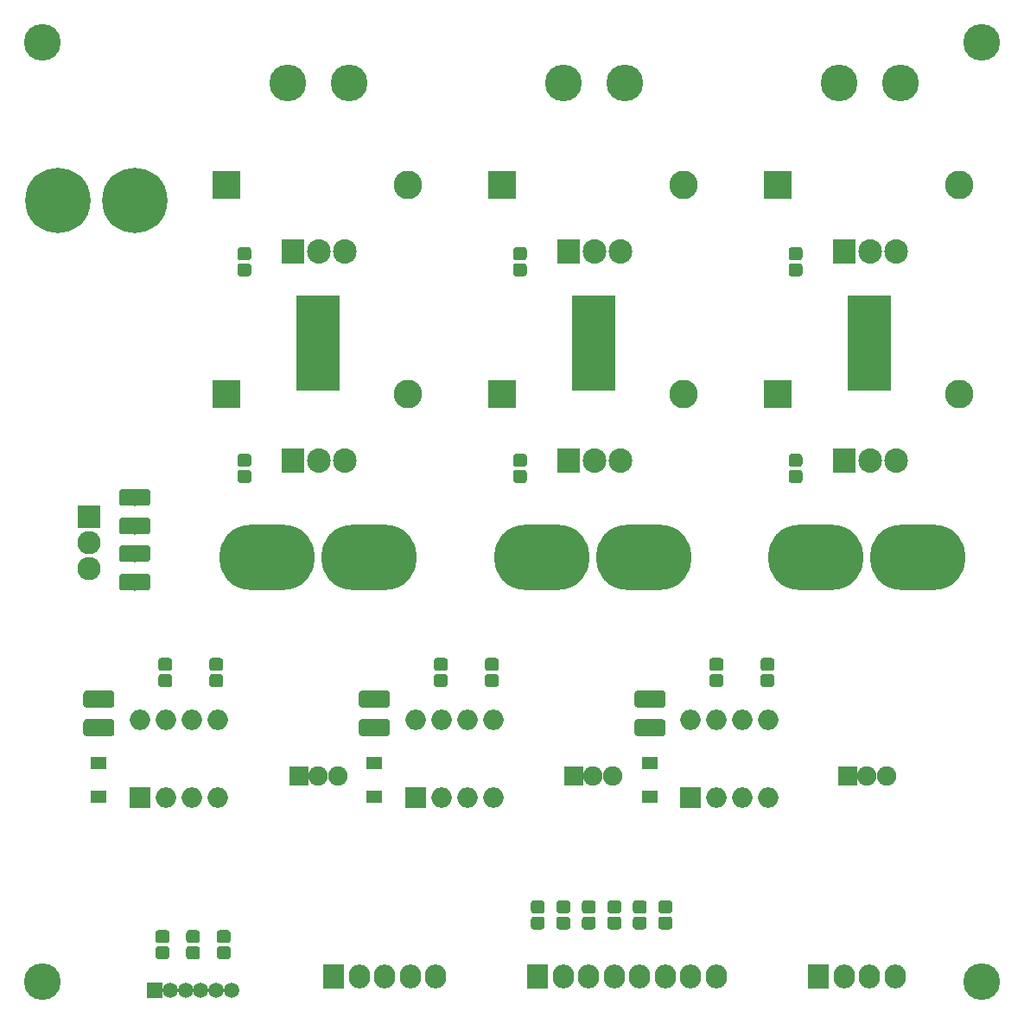
<source format=gbr>
G04 #@! TF.GenerationSoftware,KiCad,Pcbnew,(5.0.0)*
G04 #@! TF.CreationDate,2019-07-28T19:46:13+09:00*
G04 #@! TF.ProjectId,ver.2019_part7,7665722E323031395F70617274372E6B,rev?*
G04 #@! TF.SameCoordinates,Original*
G04 #@! TF.FileFunction,Soldermask,Bot*
G04 #@! TF.FilePolarity,Negative*
%FSLAX46Y46*%
G04 Gerber Fmt 4.6, Leading zero omitted, Abs format (unit mm)*
G04 Created by KiCad (PCBNEW (5.0.0)) date 07/28/19 19:46:13*
%MOMM*%
%LPD*%
G01*
G04 APERTURE LIST*
%ADD10C,2.800000*%
%ADD11R,2.800000X2.800000*%
%ADD12C,0.100000*%
%ADD13C,1.650000*%
%ADD14R,1.600000X1.300000*%
%ADD15C,6.400000*%
%ADD16R,4.210000X9.290000*%
%ADD17R,2.100000X2.350000*%
%ADD18O,2.100000X2.350000*%
%ADD19R,1.500000X1.500000*%
%ADD20C,1.500000*%
%ADD21C,3.600000*%
%ADD22R,2.305000X2.400000*%
%ADD23O,2.305000X2.400000*%
%ADD24C,1.275000*%
%ADD25R,2.000000X2.000000*%
%ADD26O,2.000000X2.000000*%
%ADD27R,2.275000X2.275000*%
%ADD28C,2.275000*%
%ADD29O,9.400000X6.400000*%
%ADD30R,1.900000X1.900000*%
%ADD31C,1.900000*%
%ADD32C,1.200000*%
%ADD33C,1.200000*%
G04 APERTURE END LIST*
D10*
G04 #@! TO.C,U17*
X139800000Y-88500000D03*
D11*
X122000000Y-88500000D03*
G04 #@! TD*
D12*
G04 #@! TO.C,C2*
G36*
X164727346Y-120326589D02*
X164759380Y-120331341D01*
X164790794Y-120339210D01*
X164821286Y-120350120D01*
X164850561Y-120363966D01*
X164878338Y-120380615D01*
X164904350Y-120399907D01*
X164928345Y-120421655D01*
X164950093Y-120445650D01*
X164969385Y-120471662D01*
X164986034Y-120499439D01*
X164999880Y-120528714D01*
X165010790Y-120559206D01*
X165018659Y-120590620D01*
X165023411Y-120622654D01*
X165025000Y-120655000D01*
X165025000Y-121645000D01*
X165023411Y-121677346D01*
X165018659Y-121709380D01*
X165010790Y-121740794D01*
X164999880Y-121771286D01*
X164986034Y-121800561D01*
X164969385Y-121828338D01*
X164950093Y-121854350D01*
X164928345Y-121878345D01*
X164904350Y-121900093D01*
X164878338Y-121919385D01*
X164850561Y-121936034D01*
X164821286Y-121949880D01*
X164790794Y-121960790D01*
X164759380Y-121968659D01*
X164727346Y-121973411D01*
X164695000Y-121975000D01*
X162305000Y-121975000D01*
X162272654Y-121973411D01*
X162240620Y-121968659D01*
X162209206Y-121960790D01*
X162178714Y-121949880D01*
X162149439Y-121936034D01*
X162121662Y-121919385D01*
X162095650Y-121900093D01*
X162071655Y-121878345D01*
X162049907Y-121854350D01*
X162030615Y-121828338D01*
X162013966Y-121800561D01*
X162000120Y-121771286D01*
X161989210Y-121740794D01*
X161981341Y-121709380D01*
X161976589Y-121677346D01*
X161975000Y-121645000D01*
X161975000Y-120655000D01*
X161976589Y-120622654D01*
X161981341Y-120590620D01*
X161989210Y-120559206D01*
X162000120Y-120528714D01*
X162013966Y-120499439D01*
X162030615Y-120471662D01*
X162049907Y-120445650D01*
X162071655Y-120421655D01*
X162095650Y-120399907D01*
X162121662Y-120380615D01*
X162149439Y-120363966D01*
X162178714Y-120350120D01*
X162209206Y-120339210D01*
X162240620Y-120331341D01*
X162272654Y-120326589D01*
X162305000Y-120325000D01*
X164695000Y-120325000D01*
X164727346Y-120326589D01*
X164727346Y-120326589D01*
G37*
D13*
X163500000Y-121150000D03*
D12*
G36*
X164727346Y-117526589D02*
X164759380Y-117531341D01*
X164790794Y-117539210D01*
X164821286Y-117550120D01*
X164850561Y-117563966D01*
X164878338Y-117580615D01*
X164904350Y-117599907D01*
X164928345Y-117621655D01*
X164950093Y-117645650D01*
X164969385Y-117671662D01*
X164986034Y-117699439D01*
X164999880Y-117728714D01*
X165010790Y-117759206D01*
X165018659Y-117790620D01*
X165023411Y-117822654D01*
X165025000Y-117855000D01*
X165025000Y-118845000D01*
X165023411Y-118877346D01*
X165018659Y-118909380D01*
X165010790Y-118940794D01*
X164999880Y-118971286D01*
X164986034Y-119000561D01*
X164969385Y-119028338D01*
X164950093Y-119054350D01*
X164928345Y-119078345D01*
X164904350Y-119100093D01*
X164878338Y-119119385D01*
X164850561Y-119136034D01*
X164821286Y-119149880D01*
X164790794Y-119160790D01*
X164759380Y-119168659D01*
X164727346Y-119173411D01*
X164695000Y-119175000D01*
X162305000Y-119175000D01*
X162272654Y-119173411D01*
X162240620Y-119168659D01*
X162209206Y-119160790D01*
X162178714Y-119149880D01*
X162149439Y-119136034D01*
X162121662Y-119119385D01*
X162095650Y-119100093D01*
X162071655Y-119078345D01*
X162049907Y-119054350D01*
X162030615Y-119028338D01*
X162013966Y-119000561D01*
X162000120Y-118971286D01*
X161989210Y-118940794D01*
X161981341Y-118909380D01*
X161976589Y-118877346D01*
X161975000Y-118845000D01*
X161975000Y-117855000D01*
X161976589Y-117822654D01*
X161981341Y-117790620D01*
X161989210Y-117759206D01*
X162000120Y-117728714D01*
X162013966Y-117699439D01*
X162030615Y-117671662D01*
X162049907Y-117645650D01*
X162071655Y-117621655D01*
X162095650Y-117599907D01*
X162121662Y-117580615D01*
X162149439Y-117563966D01*
X162178714Y-117550120D01*
X162209206Y-117539210D01*
X162240620Y-117531341D01*
X162272654Y-117526589D01*
X162305000Y-117525000D01*
X164695000Y-117525000D01*
X164727346Y-117526589D01*
X164727346Y-117526589D01*
G37*
D13*
X163500000Y-118350000D03*
G04 #@! TD*
D12*
G04 #@! TO.C,C3*
G36*
X137727346Y-117526589D02*
X137759380Y-117531341D01*
X137790794Y-117539210D01*
X137821286Y-117550120D01*
X137850561Y-117563966D01*
X137878338Y-117580615D01*
X137904350Y-117599907D01*
X137928345Y-117621655D01*
X137950093Y-117645650D01*
X137969385Y-117671662D01*
X137986034Y-117699439D01*
X137999880Y-117728714D01*
X138010790Y-117759206D01*
X138018659Y-117790620D01*
X138023411Y-117822654D01*
X138025000Y-117855000D01*
X138025000Y-118845000D01*
X138023411Y-118877346D01*
X138018659Y-118909380D01*
X138010790Y-118940794D01*
X137999880Y-118971286D01*
X137986034Y-119000561D01*
X137969385Y-119028338D01*
X137950093Y-119054350D01*
X137928345Y-119078345D01*
X137904350Y-119100093D01*
X137878338Y-119119385D01*
X137850561Y-119136034D01*
X137821286Y-119149880D01*
X137790794Y-119160790D01*
X137759380Y-119168659D01*
X137727346Y-119173411D01*
X137695000Y-119175000D01*
X135305000Y-119175000D01*
X135272654Y-119173411D01*
X135240620Y-119168659D01*
X135209206Y-119160790D01*
X135178714Y-119149880D01*
X135149439Y-119136034D01*
X135121662Y-119119385D01*
X135095650Y-119100093D01*
X135071655Y-119078345D01*
X135049907Y-119054350D01*
X135030615Y-119028338D01*
X135013966Y-119000561D01*
X135000120Y-118971286D01*
X134989210Y-118940794D01*
X134981341Y-118909380D01*
X134976589Y-118877346D01*
X134975000Y-118845000D01*
X134975000Y-117855000D01*
X134976589Y-117822654D01*
X134981341Y-117790620D01*
X134989210Y-117759206D01*
X135000120Y-117728714D01*
X135013966Y-117699439D01*
X135030615Y-117671662D01*
X135049907Y-117645650D01*
X135071655Y-117621655D01*
X135095650Y-117599907D01*
X135121662Y-117580615D01*
X135149439Y-117563966D01*
X135178714Y-117550120D01*
X135209206Y-117539210D01*
X135240620Y-117531341D01*
X135272654Y-117526589D01*
X135305000Y-117525000D01*
X137695000Y-117525000D01*
X137727346Y-117526589D01*
X137727346Y-117526589D01*
G37*
D13*
X136500000Y-118350000D03*
D12*
G36*
X137727346Y-120326589D02*
X137759380Y-120331341D01*
X137790794Y-120339210D01*
X137821286Y-120350120D01*
X137850561Y-120363966D01*
X137878338Y-120380615D01*
X137904350Y-120399907D01*
X137928345Y-120421655D01*
X137950093Y-120445650D01*
X137969385Y-120471662D01*
X137986034Y-120499439D01*
X137999880Y-120528714D01*
X138010790Y-120559206D01*
X138018659Y-120590620D01*
X138023411Y-120622654D01*
X138025000Y-120655000D01*
X138025000Y-121645000D01*
X138023411Y-121677346D01*
X138018659Y-121709380D01*
X138010790Y-121740794D01*
X137999880Y-121771286D01*
X137986034Y-121800561D01*
X137969385Y-121828338D01*
X137950093Y-121854350D01*
X137928345Y-121878345D01*
X137904350Y-121900093D01*
X137878338Y-121919385D01*
X137850561Y-121936034D01*
X137821286Y-121949880D01*
X137790794Y-121960790D01*
X137759380Y-121968659D01*
X137727346Y-121973411D01*
X137695000Y-121975000D01*
X135305000Y-121975000D01*
X135272654Y-121973411D01*
X135240620Y-121968659D01*
X135209206Y-121960790D01*
X135178714Y-121949880D01*
X135149439Y-121936034D01*
X135121662Y-121919385D01*
X135095650Y-121900093D01*
X135071655Y-121878345D01*
X135049907Y-121854350D01*
X135030615Y-121828338D01*
X135013966Y-121800561D01*
X135000120Y-121771286D01*
X134989210Y-121740794D01*
X134981341Y-121709380D01*
X134976589Y-121677346D01*
X134975000Y-121645000D01*
X134975000Y-120655000D01*
X134976589Y-120622654D01*
X134981341Y-120590620D01*
X134989210Y-120559206D01*
X135000120Y-120528714D01*
X135013966Y-120499439D01*
X135030615Y-120471662D01*
X135049907Y-120445650D01*
X135071655Y-120421655D01*
X135095650Y-120399907D01*
X135121662Y-120380615D01*
X135149439Y-120363966D01*
X135178714Y-120350120D01*
X135209206Y-120339210D01*
X135240620Y-120331341D01*
X135272654Y-120326589D01*
X135305000Y-120325000D01*
X137695000Y-120325000D01*
X137727346Y-120326589D01*
X137727346Y-120326589D01*
G37*
D13*
X136500000Y-121150000D03*
G04 #@! TD*
D12*
G04 #@! TO.C,C4*
G36*
X110727346Y-117526589D02*
X110759380Y-117531341D01*
X110790794Y-117539210D01*
X110821286Y-117550120D01*
X110850561Y-117563966D01*
X110878338Y-117580615D01*
X110904350Y-117599907D01*
X110928345Y-117621655D01*
X110950093Y-117645650D01*
X110969385Y-117671662D01*
X110986034Y-117699439D01*
X110999880Y-117728714D01*
X111010790Y-117759206D01*
X111018659Y-117790620D01*
X111023411Y-117822654D01*
X111025000Y-117855000D01*
X111025000Y-118845000D01*
X111023411Y-118877346D01*
X111018659Y-118909380D01*
X111010790Y-118940794D01*
X110999880Y-118971286D01*
X110986034Y-119000561D01*
X110969385Y-119028338D01*
X110950093Y-119054350D01*
X110928345Y-119078345D01*
X110904350Y-119100093D01*
X110878338Y-119119385D01*
X110850561Y-119136034D01*
X110821286Y-119149880D01*
X110790794Y-119160790D01*
X110759380Y-119168659D01*
X110727346Y-119173411D01*
X110695000Y-119175000D01*
X108305000Y-119175000D01*
X108272654Y-119173411D01*
X108240620Y-119168659D01*
X108209206Y-119160790D01*
X108178714Y-119149880D01*
X108149439Y-119136034D01*
X108121662Y-119119385D01*
X108095650Y-119100093D01*
X108071655Y-119078345D01*
X108049907Y-119054350D01*
X108030615Y-119028338D01*
X108013966Y-119000561D01*
X108000120Y-118971286D01*
X107989210Y-118940794D01*
X107981341Y-118909380D01*
X107976589Y-118877346D01*
X107975000Y-118845000D01*
X107975000Y-117855000D01*
X107976589Y-117822654D01*
X107981341Y-117790620D01*
X107989210Y-117759206D01*
X108000120Y-117728714D01*
X108013966Y-117699439D01*
X108030615Y-117671662D01*
X108049907Y-117645650D01*
X108071655Y-117621655D01*
X108095650Y-117599907D01*
X108121662Y-117580615D01*
X108149439Y-117563966D01*
X108178714Y-117550120D01*
X108209206Y-117539210D01*
X108240620Y-117531341D01*
X108272654Y-117526589D01*
X108305000Y-117525000D01*
X110695000Y-117525000D01*
X110727346Y-117526589D01*
X110727346Y-117526589D01*
G37*
D13*
X109500000Y-118350000D03*
D12*
G36*
X110727346Y-120326589D02*
X110759380Y-120331341D01*
X110790794Y-120339210D01*
X110821286Y-120350120D01*
X110850561Y-120363966D01*
X110878338Y-120380615D01*
X110904350Y-120399907D01*
X110928345Y-120421655D01*
X110950093Y-120445650D01*
X110969385Y-120471662D01*
X110986034Y-120499439D01*
X110999880Y-120528714D01*
X111010790Y-120559206D01*
X111018659Y-120590620D01*
X111023411Y-120622654D01*
X111025000Y-120655000D01*
X111025000Y-121645000D01*
X111023411Y-121677346D01*
X111018659Y-121709380D01*
X111010790Y-121740794D01*
X110999880Y-121771286D01*
X110986034Y-121800561D01*
X110969385Y-121828338D01*
X110950093Y-121854350D01*
X110928345Y-121878345D01*
X110904350Y-121900093D01*
X110878338Y-121919385D01*
X110850561Y-121936034D01*
X110821286Y-121949880D01*
X110790794Y-121960790D01*
X110759380Y-121968659D01*
X110727346Y-121973411D01*
X110695000Y-121975000D01*
X108305000Y-121975000D01*
X108272654Y-121973411D01*
X108240620Y-121968659D01*
X108209206Y-121960790D01*
X108178714Y-121949880D01*
X108149439Y-121936034D01*
X108121662Y-121919385D01*
X108095650Y-121900093D01*
X108071655Y-121878345D01*
X108049907Y-121854350D01*
X108030615Y-121828338D01*
X108013966Y-121800561D01*
X108000120Y-121771286D01*
X107989210Y-121740794D01*
X107981341Y-121709380D01*
X107976589Y-121677346D01*
X107975000Y-121645000D01*
X107975000Y-120655000D01*
X107976589Y-120622654D01*
X107981341Y-120590620D01*
X107989210Y-120559206D01*
X108000120Y-120528714D01*
X108013966Y-120499439D01*
X108030615Y-120471662D01*
X108049907Y-120445650D01*
X108071655Y-120421655D01*
X108095650Y-120399907D01*
X108121662Y-120380615D01*
X108149439Y-120363966D01*
X108178714Y-120350120D01*
X108209206Y-120339210D01*
X108240620Y-120331341D01*
X108272654Y-120326589D01*
X108305000Y-120325000D01*
X110695000Y-120325000D01*
X110727346Y-120326589D01*
X110727346Y-120326589D01*
G37*
D13*
X109500000Y-121150000D03*
G04 #@! TD*
D12*
G04 #@! TO.C,C5*
G36*
X114227346Y-97776589D02*
X114259380Y-97781341D01*
X114290794Y-97789210D01*
X114321286Y-97800120D01*
X114350561Y-97813966D01*
X114378338Y-97830615D01*
X114404350Y-97849907D01*
X114428345Y-97871655D01*
X114450093Y-97895650D01*
X114469385Y-97921662D01*
X114486034Y-97949439D01*
X114499880Y-97978714D01*
X114510790Y-98009206D01*
X114518659Y-98040620D01*
X114523411Y-98072654D01*
X114525000Y-98105000D01*
X114525000Y-99095000D01*
X114523411Y-99127346D01*
X114518659Y-99159380D01*
X114510790Y-99190794D01*
X114499880Y-99221286D01*
X114486034Y-99250561D01*
X114469385Y-99278338D01*
X114450093Y-99304350D01*
X114428345Y-99328345D01*
X114404350Y-99350093D01*
X114378338Y-99369385D01*
X114350561Y-99386034D01*
X114321286Y-99399880D01*
X114290794Y-99410790D01*
X114259380Y-99418659D01*
X114227346Y-99423411D01*
X114195000Y-99425000D01*
X111805000Y-99425000D01*
X111772654Y-99423411D01*
X111740620Y-99418659D01*
X111709206Y-99410790D01*
X111678714Y-99399880D01*
X111649439Y-99386034D01*
X111621662Y-99369385D01*
X111595650Y-99350093D01*
X111571655Y-99328345D01*
X111549907Y-99304350D01*
X111530615Y-99278338D01*
X111513966Y-99250561D01*
X111500120Y-99221286D01*
X111489210Y-99190794D01*
X111481341Y-99159380D01*
X111476589Y-99127346D01*
X111475000Y-99095000D01*
X111475000Y-98105000D01*
X111476589Y-98072654D01*
X111481341Y-98040620D01*
X111489210Y-98009206D01*
X111500120Y-97978714D01*
X111513966Y-97949439D01*
X111530615Y-97921662D01*
X111549907Y-97895650D01*
X111571655Y-97871655D01*
X111595650Y-97849907D01*
X111621662Y-97830615D01*
X111649439Y-97813966D01*
X111678714Y-97800120D01*
X111709206Y-97789210D01*
X111740620Y-97781341D01*
X111772654Y-97776589D01*
X111805000Y-97775000D01*
X114195000Y-97775000D01*
X114227346Y-97776589D01*
X114227346Y-97776589D01*
G37*
D13*
X113000000Y-98600000D03*
D12*
G36*
X114227346Y-100576589D02*
X114259380Y-100581341D01*
X114290794Y-100589210D01*
X114321286Y-100600120D01*
X114350561Y-100613966D01*
X114378338Y-100630615D01*
X114404350Y-100649907D01*
X114428345Y-100671655D01*
X114450093Y-100695650D01*
X114469385Y-100721662D01*
X114486034Y-100749439D01*
X114499880Y-100778714D01*
X114510790Y-100809206D01*
X114518659Y-100840620D01*
X114523411Y-100872654D01*
X114525000Y-100905000D01*
X114525000Y-101895000D01*
X114523411Y-101927346D01*
X114518659Y-101959380D01*
X114510790Y-101990794D01*
X114499880Y-102021286D01*
X114486034Y-102050561D01*
X114469385Y-102078338D01*
X114450093Y-102104350D01*
X114428345Y-102128345D01*
X114404350Y-102150093D01*
X114378338Y-102169385D01*
X114350561Y-102186034D01*
X114321286Y-102199880D01*
X114290794Y-102210790D01*
X114259380Y-102218659D01*
X114227346Y-102223411D01*
X114195000Y-102225000D01*
X111805000Y-102225000D01*
X111772654Y-102223411D01*
X111740620Y-102218659D01*
X111709206Y-102210790D01*
X111678714Y-102199880D01*
X111649439Y-102186034D01*
X111621662Y-102169385D01*
X111595650Y-102150093D01*
X111571655Y-102128345D01*
X111549907Y-102104350D01*
X111530615Y-102078338D01*
X111513966Y-102050561D01*
X111500120Y-102021286D01*
X111489210Y-101990794D01*
X111481341Y-101959380D01*
X111476589Y-101927346D01*
X111475000Y-101895000D01*
X111475000Y-100905000D01*
X111476589Y-100872654D01*
X111481341Y-100840620D01*
X111489210Y-100809206D01*
X111500120Y-100778714D01*
X111513966Y-100749439D01*
X111530615Y-100721662D01*
X111549907Y-100695650D01*
X111571655Y-100671655D01*
X111595650Y-100649907D01*
X111621662Y-100630615D01*
X111649439Y-100613966D01*
X111678714Y-100600120D01*
X111709206Y-100589210D01*
X111740620Y-100581341D01*
X111772654Y-100576589D01*
X111805000Y-100575000D01*
X114195000Y-100575000D01*
X114227346Y-100576589D01*
X114227346Y-100576589D01*
G37*
D13*
X113000000Y-101400000D03*
G04 #@! TD*
D12*
G04 #@! TO.C,C6*
G36*
X114227346Y-103276589D02*
X114259380Y-103281341D01*
X114290794Y-103289210D01*
X114321286Y-103300120D01*
X114350561Y-103313966D01*
X114378338Y-103330615D01*
X114404350Y-103349907D01*
X114428345Y-103371655D01*
X114450093Y-103395650D01*
X114469385Y-103421662D01*
X114486034Y-103449439D01*
X114499880Y-103478714D01*
X114510790Y-103509206D01*
X114518659Y-103540620D01*
X114523411Y-103572654D01*
X114525000Y-103605000D01*
X114525000Y-104595000D01*
X114523411Y-104627346D01*
X114518659Y-104659380D01*
X114510790Y-104690794D01*
X114499880Y-104721286D01*
X114486034Y-104750561D01*
X114469385Y-104778338D01*
X114450093Y-104804350D01*
X114428345Y-104828345D01*
X114404350Y-104850093D01*
X114378338Y-104869385D01*
X114350561Y-104886034D01*
X114321286Y-104899880D01*
X114290794Y-104910790D01*
X114259380Y-104918659D01*
X114227346Y-104923411D01*
X114195000Y-104925000D01*
X111805000Y-104925000D01*
X111772654Y-104923411D01*
X111740620Y-104918659D01*
X111709206Y-104910790D01*
X111678714Y-104899880D01*
X111649439Y-104886034D01*
X111621662Y-104869385D01*
X111595650Y-104850093D01*
X111571655Y-104828345D01*
X111549907Y-104804350D01*
X111530615Y-104778338D01*
X111513966Y-104750561D01*
X111500120Y-104721286D01*
X111489210Y-104690794D01*
X111481341Y-104659380D01*
X111476589Y-104627346D01*
X111475000Y-104595000D01*
X111475000Y-103605000D01*
X111476589Y-103572654D01*
X111481341Y-103540620D01*
X111489210Y-103509206D01*
X111500120Y-103478714D01*
X111513966Y-103449439D01*
X111530615Y-103421662D01*
X111549907Y-103395650D01*
X111571655Y-103371655D01*
X111595650Y-103349907D01*
X111621662Y-103330615D01*
X111649439Y-103313966D01*
X111678714Y-103300120D01*
X111709206Y-103289210D01*
X111740620Y-103281341D01*
X111772654Y-103276589D01*
X111805000Y-103275000D01*
X114195000Y-103275000D01*
X114227346Y-103276589D01*
X114227346Y-103276589D01*
G37*
D13*
X113000000Y-104100000D03*
D12*
G36*
X114227346Y-106076589D02*
X114259380Y-106081341D01*
X114290794Y-106089210D01*
X114321286Y-106100120D01*
X114350561Y-106113966D01*
X114378338Y-106130615D01*
X114404350Y-106149907D01*
X114428345Y-106171655D01*
X114450093Y-106195650D01*
X114469385Y-106221662D01*
X114486034Y-106249439D01*
X114499880Y-106278714D01*
X114510790Y-106309206D01*
X114518659Y-106340620D01*
X114523411Y-106372654D01*
X114525000Y-106405000D01*
X114525000Y-107395000D01*
X114523411Y-107427346D01*
X114518659Y-107459380D01*
X114510790Y-107490794D01*
X114499880Y-107521286D01*
X114486034Y-107550561D01*
X114469385Y-107578338D01*
X114450093Y-107604350D01*
X114428345Y-107628345D01*
X114404350Y-107650093D01*
X114378338Y-107669385D01*
X114350561Y-107686034D01*
X114321286Y-107699880D01*
X114290794Y-107710790D01*
X114259380Y-107718659D01*
X114227346Y-107723411D01*
X114195000Y-107725000D01*
X111805000Y-107725000D01*
X111772654Y-107723411D01*
X111740620Y-107718659D01*
X111709206Y-107710790D01*
X111678714Y-107699880D01*
X111649439Y-107686034D01*
X111621662Y-107669385D01*
X111595650Y-107650093D01*
X111571655Y-107628345D01*
X111549907Y-107604350D01*
X111530615Y-107578338D01*
X111513966Y-107550561D01*
X111500120Y-107521286D01*
X111489210Y-107490794D01*
X111481341Y-107459380D01*
X111476589Y-107427346D01*
X111475000Y-107395000D01*
X111475000Y-106405000D01*
X111476589Y-106372654D01*
X111481341Y-106340620D01*
X111489210Y-106309206D01*
X111500120Y-106278714D01*
X111513966Y-106249439D01*
X111530615Y-106221662D01*
X111549907Y-106195650D01*
X111571655Y-106171655D01*
X111595650Y-106149907D01*
X111621662Y-106130615D01*
X111649439Y-106113966D01*
X111678714Y-106100120D01*
X111709206Y-106089210D01*
X111740620Y-106081341D01*
X111772654Y-106076589D01*
X111805000Y-106075000D01*
X114195000Y-106075000D01*
X114227346Y-106076589D01*
X114227346Y-106076589D01*
G37*
D13*
X113000000Y-106900000D03*
G04 #@! TD*
D14*
G04 #@! TO.C,D1*
X163500000Y-124600000D03*
X163500000Y-127900000D03*
G04 #@! TD*
G04 #@! TO.C,D2*
X136500000Y-127900000D03*
X136500000Y-124600000D03*
G04 #@! TD*
G04 #@! TO.C,D3*
X109500000Y-124600000D03*
X109500000Y-127900000D03*
G04 #@! TD*
D15*
G04 #@! TO.C,J1*
X105500000Y-69500000D03*
X113000000Y-69500000D03*
G04 #@! TD*
D16*
G04 #@! TO.C,J2*
X185000000Y-83500000D03*
G04 #@! TD*
G04 #@! TO.C,J3*
X158000000Y-83500000D03*
G04 #@! TD*
G04 #@! TO.C,J4*
X131000000Y-83500000D03*
G04 #@! TD*
D17*
G04 #@! TO.C,J5*
X152500000Y-145500000D03*
D18*
X155000000Y-145500000D03*
X157500000Y-145500000D03*
X160000000Y-145500000D03*
X162500000Y-145500000D03*
X165000000Y-145500000D03*
X167500000Y-145500000D03*
X170000000Y-145500000D03*
G04 #@! TD*
D17*
G04 #@! TO.C,J6*
X180000000Y-145500000D03*
D18*
X182500000Y-145500000D03*
X185000000Y-145500000D03*
X187500000Y-145500000D03*
G04 #@! TD*
D17*
G04 #@! TO.C,J7*
X132500000Y-145500000D03*
D18*
X135000000Y-145500000D03*
X137500000Y-145500000D03*
X140000000Y-145500000D03*
X142500000Y-145500000D03*
G04 #@! TD*
D19*
G04 #@! TO.C,J8*
X114975000Y-146922000D03*
D20*
X116475000Y-146922000D03*
X117975000Y-146922000D03*
X119475000Y-146922000D03*
X120975000Y-146922000D03*
X122475000Y-146922000D03*
G04 #@! TD*
D21*
G04 #@! TO.C,MH1*
X104000000Y-146000000D03*
G04 #@! TD*
G04 #@! TO.C,MH2*
X104000000Y-54000000D03*
G04 #@! TD*
G04 #@! TO.C,MH3*
X196000000Y-146000000D03*
G04 #@! TD*
G04 #@! TO.C,MH4*
X196000000Y-54000000D03*
G04 #@! TD*
D22*
G04 #@! TO.C,Q1*
X128500000Y-74500000D03*
D23*
X131040000Y-74500000D03*
X133580000Y-74500000D03*
G04 #@! TD*
G04 #@! TO.C,Q2*
X133580000Y-95000000D03*
X131040000Y-95000000D03*
D22*
X128500000Y-95000000D03*
G04 #@! TD*
G04 #@! TO.C,Q3*
X155500000Y-74500000D03*
D23*
X158040000Y-74500000D03*
X160580000Y-74500000D03*
G04 #@! TD*
G04 #@! TO.C,Q4*
X160580000Y-95000000D03*
X158040000Y-95000000D03*
D22*
X155500000Y-95000000D03*
G04 #@! TD*
D23*
G04 #@! TO.C,Q5*
X187580000Y-74500000D03*
X185040000Y-74500000D03*
D22*
X182500000Y-74500000D03*
G04 #@! TD*
G04 #@! TO.C,Q6*
X182500000Y-95000000D03*
D23*
X185040000Y-95000000D03*
X187580000Y-95000000D03*
G04 #@! TD*
D12*
G04 #@! TO.C,R1*
G36*
X122112493Y-140998535D02*
X122143435Y-141003125D01*
X122173778Y-141010725D01*
X122203230Y-141021263D01*
X122231508Y-141034638D01*
X122258338Y-141050719D01*
X122283463Y-141069353D01*
X122306640Y-141090360D01*
X122327647Y-141113537D01*
X122346281Y-141138662D01*
X122362362Y-141165492D01*
X122375737Y-141193770D01*
X122386275Y-141223222D01*
X122393875Y-141253565D01*
X122398465Y-141284507D01*
X122400000Y-141315750D01*
X122400000Y-141953250D01*
X122398465Y-141984493D01*
X122393875Y-142015435D01*
X122386275Y-142045778D01*
X122375737Y-142075230D01*
X122362362Y-142103508D01*
X122346281Y-142130338D01*
X122327647Y-142155463D01*
X122306640Y-142178640D01*
X122283463Y-142199647D01*
X122258338Y-142218281D01*
X122231508Y-142234362D01*
X122203230Y-142247737D01*
X122173778Y-142258275D01*
X122143435Y-142265875D01*
X122112493Y-142270465D01*
X122081250Y-142272000D01*
X121368750Y-142272000D01*
X121337507Y-142270465D01*
X121306565Y-142265875D01*
X121276222Y-142258275D01*
X121246770Y-142247737D01*
X121218492Y-142234362D01*
X121191662Y-142218281D01*
X121166537Y-142199647D01*
X121143360Y-142178640D01*
X121122353Y-142155463D01*
X121103719Y-142130338D01*
X121087638Y-142103508D01*
X121074263Y-142075230D01*
X121063725Y-142045778D01*
X121056125Y-142015435D01*
X121051535Y-141984493D01*
X121050000Y-141953250D01*
X121050000Y-141315750D01*
X121051535Y-141284507D01*
X121056125Y-141253565D01*
X121063725Y-141223222D01*
X121074263Y-141193770D01*
X121087638Y-141165492D01*
X121103719Y-141138662D01*
X121122353Y-141113537D01*
X121143360Y-141090360D01*
X121166537Y-141069353D01*
X121191662Y-141050719D01*
X121218492Y-141034638D01*
X121246770Y-141021263D01*
X121276222Y-141010725D01*
X121306565Y-141003125D01*
X121337507Y-140998535D01*
X121368750Y-140997000D01*
X122081250Y-140997000D01*
X122112493Y-140998535D01*
X122112493Y-140998535D01*
G37*
D24*
X121725000Y-141634500D03*
D12*
G36*
X122112493Y-142573535D02*
X122143435Y-142578125D01*
X122173778Y-142585725D01*
X122203230Y-142596263D01*
X122231508Y-142609638D01*
X122258338Y-142625719D01*
X122283463Y-142644353D01*
X122306640Y-142665360D01*
X122327647Y-142688537D01*
X122346281Y-142713662D01*
X122362362Y-142740492D01*
X122375737Y-142768770D01*
X122386275Y-142798222D01*
X122393875Y-142828565D01*
X122398465Y-142859507D01*
X122400000Y-142890750D01*
X122400000Y-143528250D01*
X122398465Y-143559493D01*
X122393875Y-143590435D01*
X122386275Y-143620778D01*
X122375737Y-143650230D01*
X122362362Y-143678508D01*
X122346281Y-143705338D01*
X122327647Y-143730463D01*
X122306640Y-143753640D01*
X122283463Y-143774647D01*
X122258338Y-143793281D01*
X122231508Y-143809362D01*
X122203230Y-143822737D01*
X122173778Y-143833275D01*
X122143435Y-143840875D01*
X122112493Y-143845465D01*
X122081250Y-143847000D01*
X121368750Y-143847000D01*
X121337507Y-143845465D01*
X121306565Y-143840875D01*
X121276222Y-143833275D01*
X121246770Y-143822737D01*
X121218492Y-143809362D01*
X121191662Y-143793281D01*
X121166537Y-143774647D01*
X121143360Y-143753640D01*
X121122353Y-143730463D01*
X121103719Y-143705338D01*
X121087638Y-143678508D01*
X121074263Y-143650230D01*
X121063725Y-143620778D01*
X121056125Y-143590435D01*
X121051535Y-143559493D01*
X121050000Y-143528250D01*
X121050000Y-142890750D01*
X121051535Y-142859507D01*
X121056125Y-142828565D01*
X121063725Y-142798222D01*
X121074263Y-142768770D01*
X121087638Y-142740492D01*
X121103719Y-142713662D01*
X121122353Y-142688537D01*
X121143360Y-142665360D01*
X121166537Y-142644353D01*
X121191662Y-142625719D01*
X121218492Y-142609638D01*
X121246770Y-142596263D01*
X121276222Y-142585725D01*
X121306565Y-142578125D01*
X121337507Y-142573535D01*
X121368750Y-142572000D01*
X122081250Y-142572000D01*
X122112493Y-142573535D01*
X122112493Y-142573535D01*
G37*
D24*
X121725000Y-143209500D03*
G04 #@! TD*
D12*
G04 #@! TO.C,R2*
G36*
X119112493Y-142573535D02*
X119143435Y-142578125D01*
X119173778Y-142585725D01*
X119203230Y-142596263D01*
X119231508Y-142609638D01*
X119258338Y-142625719D01*
X119283463Y-142644353D01*
X119306640Y-142665360D01*
X119327647Y-142688537D01*
X119346281Y-142713662D01*
X119362362Y-142740492D01*
X119375737Y-142768770D01*
X119386275Y-142798222D01*
X119393875Y-142828565D01*
X119398465Y-142859507D01*
X119400000Y-142890750D01*
X119400000Y-143528250D01*
X119398465Y-143559493D01*
X119393875Y-143590435D01*
X119386275Y-143620778D01*
X119375737Y-143650230D01*
X119362362Y-143678508D01*
X119346281Y-143705338D01*
X119327647Y-143730463D01*
X119306640Y-143753640D01*
X119283463Y-143774647D01*
X119258338Y-143793281D01*
X119231508Y-143809362D01*
X119203230Y-143822737D01*
X119173778Y-143833275D01*
X119143435Y-143840875D01*
X119112493Y-143845465D01*
X119081250Y-143847000D01*
X118368750Y-143847000D01*
X118337507Y-143845465D01*
X118306565Y-143840875D01*
X118276222Y-143833275D01*
X118246770Y-143822737D01*
X118218492Y-143809362D01*
X118191662Y-143793281D01*
X118166537Y-143774647D01*
X118143360Y-143753640D01*
X118122353Y-143730463D01*
X118103719Y-143705338D01*
X118087638Y-143678508D01*
X118074263Y-143650230D01*
X118063725Y-143620778D01*
X118056125Y-143590435D01*
X118051535Y-143559493D01*
X118050000Y-143528250D01*
X118050000Y-142890750D01*
X118051535Y-142859507D01*
X118056125Y-142828565D01*
X118063725Y-142798222D01*
X118074263Y-142768770D01*
X118087638Y-142740492D01*
X118103719Y-142713662D01*
X118122353Y-142688537D01*
X118143360Y-142665360D01*
X118166537Y-142644353D01*
X118191662Y-142625719D01*
X118218492Y-142609638D01*
X118246770Y-142596263D01*
X118276222Y-142585725D01*
X118306565Y-142578125D01*
X118337507Y-142573535D01*
X118368750Y-142572000D01*
X119081250Y-142572000D01*
X119112493Y-142573535D01*
X119112493Y-142573535D01*
G37*
D24*
X118725000Y-143209500D03*
D12*
G36*
X119112493Y-140998535D02*
X119143435Y-141003125D01*
X119173778Y-141010725D01*
X119203230Y-141021263D01*
X119231508Y-141034638D01*
X119258338Y-141050719D01*
X119283463Y-141069353D01*
X119306640Y-141090360D01*
X119327647Y-141113537D01*
X119346281Y-141138662D01*
X119362362Y-141165492D01*
X119375737Y-141193770D01*
X119386275Y-141223222D01*
X119393875Y-141253565D01*
X119398465Y-141284507D01*
X119400000Y-141315750D01*
X119400000Y-141953250D01*
X119398465Y-141984493D01*
X119393875Y-142015435D01*
X119386275Y-142045778D01*
X119375737Y-142075230D01*
X119362362Y-142103508D01*
X119346281Y-142130338D01*
X119327647Y-142155463D01*
X119306640Y-142178640D01*
X119283463Y-142199647D01*
X119258338Y-142218281D01*
X119231508Y-142234362D01*
X119203230Y-142247737D01*
X119173778Y-142258275D01*
X119143435Y-142265875D01*
X119112493Y-142270465D01*
X119081250Y-142272000D01*
X118368750Y-142272000D01*
X118337507Y-142270465D01*
X118306565Y-142265875D01*
X118276222Y-142258275D01*
X118246770Y-142247737D01*
X118218492Y-142234362D01*
X118191662Y-142218281D01*
X118166537Y-142199647D01*
X118143360Y-142178640D01*
X118122353Y-142155463D01*
X118103719Y-142130338D01*
X118087638Y-142103508D01*
X118074263Y-142075230D01*
X118063725Y-142045778D01*
X118056125Y-142015435D01*
X118051535Y-141984493D01*
X118050000Y-141953250D01*
X118050000Y-141315750D01*
X118051535Y-141284507D01*
X118056125Y-141253565D01*
X118063725Y-141223222D01*
X118074263Y-141193770D01*
X118087638Y-141165492D01*
X118103719Y-141138662D01*
X118122353Y-141113537D01*
X118143360Y-141090360D01*
X118166537Y-141069353D01*
X118191662Y-141050719D01*
X118218492Y-141034638D01*
X118246770Y-141021263D01*
X118276222Y-141010725D01*
X118306565Y-141003125D01*
X118337507Y-140998535D01*
X118368750Y-140997000D01*
X119081250Y-140997000D01*
X119112493Y-140998535D01*
X119112493Y-140998535D01*
G37*
D24*
X118725000Y-141634500D03*
G04 #@! TD*
D12*
G04 #@! TO.C,R3*
G36*
X116112493Y-140998535D02*
X116143435Y-141003125D01*
X116173778Y-141010725D01*
X116203230Y-141021263D01*
X116231508Y-141034638D01*
X116258338Y-141050719D01*
X116283463Y-141069353D01*
X116306640Y-141090360D01*
X116327647Y-141113537D01*
X116346281Y-141138662D01*
X116362362Y-141165492D01*
X116375737Y-141193770D01*
X116386275Y-141223222D01*
X116393875Y-141253565D01*
X116398465Y-141284507D01*
X116400000Y-141315750D01*
X116400000Y-141953250D01*
X116398465Y-141984493D01*
X116393875Y-142015435D01*
X116386275Y-142045778D01*
X116375737Y-142075230D01*
X116362362Y-142103508D01*
X116346281Y-142130338D01*
X116327647Y-142155463D01*
X116306640Y-142178640D01*
X116283463Y-142199647D01*
X116258338Y-142218281D01*
X116231508Y-142234362D01*
X116203230Y-142247737D01*
X116173778Y-142258275D01*
X116143435Y-142265875D01*
X116112493Y-142270465D01*
X116081250Y-142272000D01*
X115368750Y-142272000D01*
X115337507Y-142270465D01*
X115306565Y-142265875D01*
X115276222Y-142258275D01*
X115246770Y-142247737D01*
X115218492Y-142234362D01*
X115191662Y-142218281D01*
X115166537Y-142199647D01*
X115143360Y-142178640D01*
X115122353Y-142155463D01*
X115103719Y-142130338D01*
X115087638Y-142103508D01*
X115074263Y-142075230D01*
X115063725Y-142045778D01*
X115056125Y-142015435D01*
X115051535Y-141984493D01*
X115050000Y-141953250D01*
X115050000Y-141315750D01*
X115051535Y-141284507D01*
X115056125Y-141253565D01*
X115063725Y-141223222D01*
X115074263Y-141193770D01*
X115087638Y-141165492D01*
X115103719Y-141138662D01*
X115122353Y-141113537D01*
X115143360Y-141090360D01*
X115166537Y-141069353D01*
X115191662Y-141050719D01*
X115218492Y-141034638D01*
X115246770Y-141021263D01*
X115276222Y-141010725D01*
X115306565Y-141003125D01*
X115337507Y-140998535D01*
X115368750Y-140997000D01*
X116081250Y-140997000D01*
X116112493Y-140998535D01*
X116112493Y-140998535D01*
G37*
D24*
X115725000Y-141634500D03*
D12*
G36*
X116112493Y-142573535D02*
X116143435Y-142578125D01*
X116173778Y-142585725D01*
X116203230Y-142596263D01*
X116231508Y-142609638D01*
X116258338Y-142625719D01*
X116283463Y-142644353D01*
X116306640Y-142665360D01*
X116327647Y-142688537D01*
X116346281Y-142713662D01*
X116362362Y-142740492D01*
X116375737Y-142768770D01*
X116386275Y-142798222D01*
X116393875Y-142828565D01*
X116398465Y-142859507D01*
X116400000Y-142890750D01*
X116400000Y-143528250D01*
X116398465Y-143559493D01*
X116393875Y-143590435D01*
X116386275Y-143620778D01*
X116375737Y-143650230D01*
X116362362Y-143678508D01*
X116346281Y-143705338D01*
X116327647Y-143730463D01*
X116306640Y-143753640D01*
X116283463Y-143774647D01*
X116258338Y-143793281D01*
X116231508Y-143809362D01*
X116203230Y-143822737D01*
X116173778Y-143833275D01*
X116143435Y-143840875D01*
X116112493Y-143845465D01*
X116081250Y-143847000D01*
X115368750Y-143847000D01*
X115337507Y-143845465D01*
X115306565Y-143840875D01*
X115276222Y-143833275D01*
X115246770Y-143822737D01*
X115218492Y-143809362D01*
X115191662Y-143793281D01*
X115166537Y-143774647D01*
X115143360Y-143753640D01*
X115122353Y-143730463D01*
X115103719Y-143705338D01*
X115087638Y-143678508D01*
X115074263Y-143650230D01*
X115063725Y-143620778D01*
X115056125Y-143590435D01*
X115051535Y-143559493D01*
X115050000Y-143528250D01*
X115050000Y-142890750D01*
X115051535Y-142859507D01*
X115056125Y-142828565D01*
X115063725Y-142798222D01*
X115074263Y-142768770D01*
X115087638Y-142740492D01*
X115103719Y-142713662D01*
X115122353Y-142688537D01*
X115143360Y-142665360D01*
X115166537Y-142644353D01*
X115191662Y-142625719D01*
X115218492Y-142609638D01*
X115246770Y-142596263D01*
X115276222Y-142585725D01*
X115306565Y-142578125D01*
X115337507Y-142573535D01*
X115368750Y-142572000D01*
X116081250Y-142572000D01*
X116112493Y-142573535D01*
X116112493Y-142573535D01*
G37*
D24*
X115725000Y-143209500D03*
G04 #@! TD*
D12*
G04 #@! TO.C,R4*
G36*
X152887493Y-138076535D02*
X152918435Y-138081125D01*
X152948778Y-138088725D01*
X152978230Y-138099263D01*
X153006508Y-138112638D01*
X153033338Y-138128719D01*
X153058463Y-138147353D01*
X153081640Y-138168360D01*
X153102647Y-138191537D01*
X153121281Y-138216662D01*
X153137362Y-138243492D01*
X153150737Y-138271770D01*
X153161275Y-138301222D01*
X153168875Y-138331565D01*
X153173465Y-138362507D01*
X153175000Y-138393750D01*
X153175000Y-139031250D01*
X153173465Y-139062493D01*
X153168875Y-139093435D01*
X153161275Y-139123778D01*
X153150737Y-139153230D01*
X153137362Y-139181508D01*
X153121281Y-139208338D01*
X153102647Y-139233463D01*
X153081640Y-139256640D01*
X153058463Y-139277647D01*
X153033338Y-139296281D01*
X153006508Y-139312362D01*
X152978230Y-139325737D01*
X152948778Y-139336275D01*
X152918435Y-139343875D01*
X152887493Y-139348465D01*
X152856250Y-139350000D01*
X152143750Y-139350000D01*
X152112507Y-139348465D01*
X152081565Y-139343875D01*
X152051222Y-139336275D01*
X152021770Y-139325737D01*
X151993492Y-139312362D01*
X151966662Y-139296281D01*
X151941537Y-139277647D01*
X151918360Y-139256640D01*
X151897353Y-139233463D01*
X151878719Y-139208338D01*
X151862638Y-139181508D01*
X151849263Y-139153230D01*
X151838725Y-139123778D01*
X151831125Y-139093435D01*
X151826535Y-139062493D01*
X151825000Y-139031250D01*
X151825000Y-138393750D01*
X151826535Y-138362507D01*
X151831125Y-138331565D01*
X151838725Y-138301222D01*
X151849263Y-138271770D01*
X151862638Y-138243492D01*
X151878719Y-138216662D01*
X151897353Y-138191537D01*
X151918360Y-138168360D01*
X151941537Y-138147353D01*
X151966662Y-138128719D01*
X151993492Y-138112638D01*
X152021770Y-138099263D01*
X152051222Y-138088725D01*
X152081565Y-138081125D01*
X152112507Y-138076535D01*
X152143750Y-138075000D01*
X152856250Y-138075000D01*
X152887493Y-138076535D01*
X152887493Y-138076535D01*
G37*
D24*
X152500000Y-138712500D03*
D12*
G36*
X152887493Y-139651535D02*
X152918435Y-139656125D01*
X152948778Y-139663725D01*
X152978230Y-139674263D01*
X153006508Y-139687638D01*
X153033338Y-139703719D01*
X153058463Y-139722353D01*
X153081640Y-139743360D01*
X153102647Y-139766537D01*
X153121281Y-139791662D01*
X153137362Y-139818492D01*
X153150737Y-139846770D01*
X153161275Y-139876222D01*
X153168875Y-139906565D01*
X153173465Y-139937507D01*
X153175000Y-139968750D01*
X153175000Y-140606250D01*
X153173465Y-140637493D01*
X153168875Y-140668435D01*
X153161275Y-140698778D01*
X153150737Y-140728230D01*
X153137362Y-140756508D01*
X153121281Y-140783338D01*
X153102647Y-140808463D01*
X153081640Y-140831640D01*
X153058463Y-140852647D01*
X153033338Y-140871281D01*
X153006508Y-140887362D01*
X152978230Y-140900737D01*
X152948778Y-140911275D01*
X152918435Y-140918875D01*
X152887493Y-140923465D01*
X152856250Y-140925000D01*
X152143750Y-140925000D01*
X152112507Y-140923465D01*
X152081565Y-140918875D01*
X152051222Y-140911275D01*
X152021770Y-140900737D01*
X151993492Y-140887362D01*
X151966662Y-140871281D01*
X151941537Y-140852647D01*
X151918360Y-140831640D01*
X151897353Y-140808463D01*
X151878719Y-140783338D01*
X151862638Y-140756508D01*
X151849263Y-140728230D01*
X151838725Y-140698778D01*
X151831125Y-140668435D01*
X151826535Y-140637493D01*
X151825000Y-140606250D01*
X151825000Y-139968750D01*
X151826535Y-139937507D01*
X151831125Y-139906565D01*
X151838725Y-139876222D01*
X151849263Y-139846770D01*
X151862638Y-139818492D01*
X151878719Y-139791662D01*
X151897353Y-139766537D01*
X151918360Y-139743360D01*
X151941537Y-139722353D01*
X151966662Y-139703719D01*
X151993492Y-139687638D01*
X152021770Y-139674263D01*
X152051222Y-139663725D01*
X152081565Y-139656125D01*
X152112507Y-139651535D01*
X152143750Y-139650000D01*
X152856250Y-139650000D01*
X152887493Y-139651535D01*
X152887493Y-139651535D01*
G37*
D24*
X152500000Y-140287500D03*
G04 #@! TD*
D12*
G04 #@! TO.C,R5*
G36*
X155387493Y-139651535D02*
X155418435Y-139656125D01*
X155448778Y-139663725D01*
X155478230Y-139674263D01*
X155506508Y-139687638D01*
X155533338Y-139703719D01*
X155558463Y-139722353D01*
X155581640Y-139743360D01*
X155602647Y-139766537D01*
X155621281Y-139791662D01*
X155637362Y-139818492D01*
X155650737Y-139846770D01*
X155661275Y-139876222D01*
X155668875Y-139906565D01*
X155673465Y-139937507D01*
X155675000Y-139968750D01*
X155675000Y-140606250D01*
X155673465Y-140637493D01*
X155668875Y-140668435D01*
X155661275Y-140698778D01*
X155650737Y-140728230D01*
X155637362Y-140756508D01*
X155621281Y-140783338D01*
X155602647Y-140808463D01*
X155581640Y-140831640D01*
X155558463Y-140852647D01*
X155533338Y-140871281D01*
X155506508Y-140887362D01*
X155478230Y-140900737D01*
X155448778Y-140911275D01*
X155418435Y-140918875D01*
X155387493Y-140923465D01*
X155356250Y-140925000D01*
X154643750Y-140925000D01*
X154612507Y-140923465D01*
X154581565Y-140918875D01*
X154551222Y-140911275D01*
X154521770Y-140900737D01*
X154493492Y-140887362D01*
X154466662Y-140871281D01*
X154441537Y-140852647D01*
X154418360Y-140831640D01*
X154397353Y-140808463D01*
X154378719Y-140783338D01*
X154362638Y-140756508D01*
X154349263Y-140728230D01*
X154338725Y-140698778D01*
X154331125Y-140668435D01*
X154326535Y-140637493D01*
X154325000Y-140606250D01*
X154325000Y-139968750D01*
X154326535Y-139937507D01*
X154331125Y-139906565D01*
X154338725Y-139876222D01*
X154349263Y-139846770D01*
X154362638Y-139818492D01*
X154378719Y-139791662D01*
X154397353Y-139766537D01*
X154418360Y-139743360D01*
X154441537Y-139722353D01*
X154466662Y-139703719D01*
X154493492Y-139687638D01*
X154521770Y-139674263D01*
X154551222Y-139663725D01*
X154581565Y-139656125D01*
X154612507Y-139651535D01*
X154643750Y-139650000D01*
X155356250Y-139650000D01*
X155387493Y-139651535D01*
X155387493Y-139651535D01*
G37*
D24*
X155000000Y-140287500D03*
D12*
G36*
X155387493Y-138076535D02*
X155418435Y-138081125D01*
X155448778Y-138088725D01*
X155478230Y-138099263D01*
X155506508Y-138112638D01*
X155533338Y-138128719D01*
X155558463Y-138147353D01*
X155581640Y-138168360D01*
X155602647Y-138191537D01*
X155621281Y-138216662D01*
X155637362Y-138243492D01*
X155650737Y-138271770D01*
X155661275Y-138301222D01*
X155668875Y-138331565D01*
X155673465Y-138362507D01*
X155675000Y-138393750D01*
X155675000Y-139031250D01*
X155673465Y-139062493D01*
X155668875Y-139093435D01*
X155661275Y-139123778D01*
X155650737Y-139153230D01*
X155637362Y-139181508D01*
X155621281Y-139208338D01*
X155602647Y-139233463D01*
X155581640Y-139256640D01*
X155558463Y-139277647D01*
X155533338Y-139296281D01*
X155506508Y-139312362D01*
X155478230Y-139325737D01*
X155448778Y-139336275D01*
X155418435Y-139343875D01*
X155387493Y-139348465D01*
X155356250Y-139350000D01*
X154643750Y-139350000D01*
X154612507Y-139348465D01*
X154581565Y-139343875D01*
X154551222Y-139336275D01*
X154521770Y-139325737D01*
X154493492Y-139312362D01*
X154466662Y-139296281D01*
X154441537Y-139277647D01*
X154418360Y-139256640D01*
X154397353Y-139233463D01*
X154378719Y-139208338D01*
X154362638Y-139181508D01*
X154349263Y-139153230D01*
X154338725Y-139123778D01*
X154331125Y-139093435D01*
X154326535Y-139062493D01*
X154325000Y-139031250D01*
X154325000Y-138393750D01*
X154326535Y-138362507D01*
X154331125Y-138331565D01*
X154338725Y-138301222D01*
X154349263Y-138271770D01*
X154362638Y-138243492D01*
X154378719Y-138216662D01*
X154397353Y-138191537D01*
X154418360Y-138168360D01*
X154441537Y-138147353D01*
X154466662Y-138128719D01*
X154493492Y-138112638D01*
X154521770Y-138099263D01*
X154551222Y-138088725D01*
X154581565Y-138081125D01*
X154612507Y-138076535D01*
X154643750Y-138075000D01*
X155356250Y-138075000D01*
X155387493Y-138076535D01*
X155387493Y-138076535D01*
G37*
D24*
X155000000Y-138712500D03*
G04 #@! TD*
D12*
G04 #@! TO.C,R6*
G36*
X157887493Y-138076535D02*
X157918435Y-138081125D01*
X157948778Y-138088725D01*
X157978230Y-138099263D01*
X158006508Y-138112638D01*
X158033338Y-138128719D01*
X158058463Y-138147353D01*
X158081640Y-138168360D01*
X158102647Y-138191537D01*
X158121281Y-138216662D01*
X158137362Y-138243492D01*
X158150737Y-138271770D01*
X158161275Y-138301222D01*
X158168875Y-138331565D01*
X158173465Y-138362507D01*
X158175000Y-138393750D01*
X158175000Y-139031250D01*
X158173465Y-139062493D01*
X158168875Y-139093435D01*
X158161275Y-139123778D01*
X158150737Y-139153230D01*
X158137362Y-139181508D01*
X158121281Y-139208338D01*
X158102647Y-139233463D01*
X158081640Y-139256640D01*
X158058463Y-139277647D01*
X158033338Y-139296281D01*
X158006508Y-139312362D01*
X157978230Y-139325737D01*
X157948778Y-139336275D01*
X157918435Y-139343875D01*
X157887493Y-139348465D01*
X157856250Y-139350000D01*
X157143750Y-139350000D01*
X157112507Y-139348465D01*
X157081565Y-139343875D01*
X157051222Y-139336275D01*
X157021770Y-139325737D01*
X156993492Y-139312362D01*
X156966662Y-139296281D01*
X156941537Y-139277647D01*
X156918360Y-139256640D01*
X156897353Y-139233463D01*
X156878719Y-139208338D01*
X156862638Y-139181508D01*
X156849263Y-139153230D01*
X156838725Y-139123778D01*
X156831125Y-139093435D01*
X156826535Y-139062493D01*
X156825000Y-139031250D01*
X156825000Y-138393750D01*
X156826535Y-138362507D01*
X156831125Y-138331565D01*
X156838725Y-138301222D01*
X156849263Y-138271770D01*
X156862638Y-138243492D01*
X156878719Y-138216662D01*
X156897353Y-138191537D01*
X156918360Y-138168360D01*
X156941537Y-138147353D01*
X156966662Y-138128719D01*
X156993492Y-138112638D01*
X157021770Y-138099263D01*
X157051222Y-138088725D01*
X157081565Y-138081125D01*
X157112507Y-138076535D01*
X157143750Y-138075000D01*
X157856250Y-138075000D01*
X157887493Y-138076535D01*
X157887493Y-138076535D01*
G37*
D24*
X157500000Y-138712500D03*
D12*
G36*
X157887493Y-139651535D02*
X157918435Y-139656125D01*
X157948778Y-139663725D01*
X157978230Y-139674263D01*
X158006508Y-139687638D01*
X158033338Y-139703719D01*
X158058463Y-139722353D01*
X158081640Y-139743360D01*
X158102647Y-139766537D01*
X158121281Y-139791662D01*
X158137362Y-139818492D01*
X158150737Y-139846770D01*
X158161275Y-139876222D01*
X158168875Y-139906565D01*
X158173465Y-139937507D01*
X158175000Y-139968750D01*
X158175000Y-140606250D01*
X158173465Y-140637493D01*
X158168875Y-140668435D01*
X158161275Y-140698778D01*
X158150737Y-140728230D01*
X158137362Y-140756508D01*
X158121281Y-140783338D01*
X158102647Y-140808463D01*
X158081640Y-140831640D01*
X158058463Y-140852647D01*
X158033338Y-140871281D01*
X158006508Y-140887362D01*
X157978230Y-140900737D01*
X157948778Y-140911275D01*
X157918435Y-140918875D01*
X157887493Y-140923465D01*
X157856250Y-140925000D01*
X157143750Y-140925000D01*
X157112507Y-140923465D01*
X157081565Y-140918875D01*
X157051222Y-140911275D01*
X157021770Y-140900737D01*
X156993492Y-140887362D01*
X156966662Y-140871281D01*
X156941537Y-140852647D01*
X156918360Y-140831640D01*
X156897353Y-140808463D01*
X156878719Y-140783338D01*
X156862638Y-140756508D01*
X156849263Y-140728230D01*
X156838725Y-140698778D01*
X156831125Y-140668435D01*
X156826535Y-140637493D01*
X156825000Y-140606250D01*
X156825000Y-139968750D01*
X156826535Y-139937507D01*
X156831125Y-139906565D01*
X156838725Y-139876222D01*
X156849263Y-139846770D01*
X156862638Y-139818492D01*
X156878719Y-139791662D01*
X156897353Y-139766537D01*
X156918360Y-139743360D01*
X156941537Y-139722353D01*
X156966662Y-139703719D01*
X156993492Y-139687638D01*
X157021770Y-139674263D01*
X157051222Y-139663725D01*
X157081565Y-139656125D01*
X157112507Y-139651535D01*
X157143750Y-139650000D01*
X157856250Y-139650000D01*
X157887493Y-139651535D01*
X157887493Y-139651535D01*
G37*
D24*
X157500000Y-140287500D03*
G04 #@! TD*
D12*
G04 #@! TO.C,R7*
G36*
X160387493Y-139651535D02*
X160418435Y-139656125D01*
X160448778Y-139663725D01*
X160478230Y-139674263D01*
X160506508Y-139687638D01*
X160533338Y-139703719D01*
X160558463Y-139722353D01*
X160581640Y-139743360D01*
X160602647Y-139766537D01*
X160621281Y-139791662D01*
X160637362Y-139818492D01*
X160650737Y-139846770D01*
X160661275Y-139876222D01*
X160668875Y-139906565D01*
X160673465Y-139937507D01*
X160675000Y-139968750D01*
X160675000Y-140606250D01*
X160673465Y-140637493D01*
X160668875Y-140668435D01*
X160661275Y-140698778D01*
X160650737Y-140728230D01*
X160637362Y-140756508D01*
X160621281Y-140783338D01*
X160602647Y-140808463D01*
X160581640Y-140831640D01*
X160558463Y-140852647D01*
X160533338Y-140871281D01*
X160506508Y-140887362D01*
X160478230Y-140900737D01*
X160448778Y-140911275D01*
X160418435Y-140918875D01*
X160387493Y-140923465D01*
X160356250Y-140925000D01*
X159643750Y-140925000D01*
X159612507Y-140923465D01*
X159581565Y-140918875D01*
X159551222Y-140911275D01*
X159521770Y-140900737D01*
X159493492Y-140887362D01*
X159466662Y-140871281D01*
X159441537Y-140852647D01*
X159418360Y-140831640D01*
X159397353Y-140808463D01*
X159378719Y-140783338D01*
X159362638Y-140756508D01*
X159349263Y-140728230D01*
X159338725Y-140698778D01*
X159331125Y-140668435D01*
X159326535Y-140637493D01*
X159325000Y-140606250D01*
X159325000Y-139968750D01*
X159326535Y-139937507D01*
X159331125Y-139906565D01*
X159338725Y-139876222D01*
X159349263Y-139846770D01*
X159362638Y-139818492D01*
X159378719Y-139791662D01*
X159397353Y-139766537D01*
X159418360Y-139743360D01*
X159441537Y-139722353D01*
X159466662Y-139703719D01*
X159493492Y-139687638D01*
X159521770Y-139674263D01*
X159551222Y-139663725D01*
X159581565Y-139656125D01*
X159612507Y-139651535D01*
X159643750Y-139650000D01*
X160356250Y-139650000D01*
X160387493Y-139651535D01*
X160387493Y-139651535D01*
G37*
D24*
X160000000Y-140287500D03*
D12*
G36*
X160387493Y-138076535D02*
X160418435Y-138081125D01*
X160448778Y-138088725D01*
X160478230Y-138099263D01*
X160506508Y-138112638D01*
X160533338Y-138128719D01*
X160558463Y-138147353D01*
X160581640Y-138168360D01*
X160602647Y-138191537D01*
X160621281Y-138216662D01*
X160637362Y-138243492D01*
X160650737Y-138271770D01*
X160661275Y-138301222D01*
X160668875Y-138331565D01*
X160673465Y-138362507D01*
X160675000Y-138393750D01*
X160675000Y-139031250D01*
X160673465Y-139062493D01*
X160668875Y-139093435D01*
X160661275Y-139123778D01*
X160650737Y-139153230D01*
X160637362Y-139181508D01*
X160621281Y-139208338D01*
X160602647Y-139233463D01*
X160581640Y-139256640D01*
X160558463Y-139277647D01*
X160533338Y-139296281D01*
X160506508Y-139312362D01*
X160478230Y-139325737D01*
X160448778Y-139336275D01*
X160418435Y-139343875D01*
X160387493Y-139348465D01*
X160356250Y-139350000D01*
X159643750Y-139350000D01*
X159612507Y-139348465D01*
X159581565Y-139343875D01*
X159551222Y-139336275D01*
X159521770Y-139325737D01*
X159493492Y-139312362D01*
X159466662Y-139296281D01*
X159441537Y-139277647D01*
X159418360Y-139256640D01*
X159397353Y-139233463D01*
X159378719Y-139208338D01*
X159362638Y-139181508D01*
X159349263Y-139153230D01*
X159338725Y-139123778D01*
X159331125Y-139093435D01*
X159326535Y-139062493D01*
X159325000Y-139031250D01*
X159325000Y-138393750D01*
X159326535Y-138362507D01*
X159331125Y-138331565D01*
X159338725Y-138301222D01*
X159349263Y-138271770D01*
X159362638Y-138243492D01*
X159378719Y-138216662D01*
X159397353Y-138191537D01*
X159418360Y-138168360D01*
X159441537Y-138147353D01*
X159466662Y-138128719D01*
X159493492Y-138112638D01*
X159521770Y-138099263D01*
X159551222Y-138088725D01*
X159581565Y-138081125D01*
X159612507Y-138076535D01*
X159643750Y-138075000D01*
X160356250Y-138075000D01*
X160387493Y-138076535D01*
X160387493Y-138076535D01*
G37*
D24*
X160000000Y-138712500D03*
G04 #@! TD*
D12*
G04 #@! TO.C,R8*
G36*
X162887493Y-138076535D02*
X162918435Y-138081125D01*
X162948778Y-138088725D01*
X162978230Y-138099263D01*
X163006508Y-138112638D01*
X163033338Y-138128719D01*
X163058463Y-138147353D01*
X163081640Y-138168360D01*
X163102647Y-138191537D01*
X163121281Y-138216662D01*
X163137362Y-138243492D01*
X163150737Y-138271770D01*
X163161275Y-138301222D01*
X163168875Y-138331565D01*
X163173465Y-138362507D01*
X163175000Y-138393750D01*
X163175000Y-139031250D01*
X163173465Y-139062493D01*
X163168875Y-139093435D01*
X163161275Y-139123778D01*
X163150737Y-139153230D01*
X163137362Y-139181508D01*
X163121281Y-139208338D01*
X163102647Y-139233463D01*
X163081640Y-139256640D01*
X163058463Y-139277647D01*
X163033338Y-139296281D01*
X163006508Y-139312362D01*
X162978230Y-139325737D01*
X162948778Y-139336275D01*
X162918435Y-139343875D01*
X162887493Y-139348465D01*
X162856250Y-139350000D01*
X162143750Y-139350000D01*
X162112507Y-139348465D01*
X162081565Y-139343875D01*
X162051222Y-139336275D01*
X162021770Y-139325737D01*
X161993492Y-139312362D01*
X161966662Y-139296281D01*
X161941537Y-139277647D01*
X161918360Y-139256640D01*
X161897353Y-139233463D01*
X161878719Y-139208338D01*
X161862638Y-139181508D01*
X161849263Y-139153230D01*
X161838725Y-139123778D01*
X161831125Y-139093435D01*
X161826535Y-139062493D01*
X161825000Y-139031250D01*
X161825000Y-138393750D01*
X161826535Y-138362507D01*
X161831125Y-138331565D01*
X161838725Y-138301222D01*
X161849263Y-138271770D01*
X161862638Y-138243492D01*
X161878719Y-138216662D01*
X161897353Y-138191537D01*
X161918360Y-138168360D01*
X161941537Y-138147353D01*
X161966662Y-138128719D01*
X161993492Y-138112638D01*
X162021770Y-138099263D01*
X162051222Y-138088725D01*
X162081565Y-138081125D01*
X162112507Y-138076535D01*
X162143750Y-138075000D01*
X162856250Y-138075000D01*
X162887493Y-138076535D01*
X162887493Y-138076535D01*
G37*
D24*
X162500000Y-138712500D03*
D12*
G36*
X162887493Y-139651535D02*
X162918435Y-139656125D01*
X162948778Y-139663725D01*
X162978230Y-139674263D01*
X163006508Y-139687638D01*
X163033338Y-139703719D01*
X163058463Y-139722353D01*
X163081640Y-139743360D01*
X163102647Y-139766537D01*
X163121281Y-139791662D01*
X163137362Y-139818492D01*
X163150737Y-139846770D01*
X163161275Y-139876222D01*
X163168875Y-139906565D01*
X163173465Y-139937507D01*
X163175000Y-139968750D01*
X163175000Y-140606250D01*
X163173465Y-140637493D01*
X163168875Y-140668435D01*
X163161275Y-140698778D01*
X163150737Y-140728230D01*
X163137362Y-140756508D01*
X163121281Y-140783338D01*
X163102647Y-140808463D01*
X163081640Y-140831640D01*
X163058463Y-140852647D01*
X163033338Y-140871281D01*
X163006508Y-140887362D01*
X162978230Y-140900737D01*
X162948778Y-140911275D01*
X162918435Y-140918875D01*
X162887493Y-140923465D01*
X162856250Y-140925000D01*
X162143750Y-140925000D01*
X162112507Y-140923465D01*
X162081565Y-140918875D01*
X162051222Y-140911275D01*
X162021770Y-140900737D01*
X161993492Y-140887362D01*
X161966662Y-140871281D01*
X161941537Y-140852647D01*
X161918360Y-140831640D01*
X161897353Y-140808463D01*
X161878719Y-140783338D01*
X161862638Y-140756508D01*
X161849263Y-140728230D01*
X161838725Y-140698778D01*
X161831125Y-140668435D01*
X161826535Y-140637493D01*
X161825000Y-140606250D01*
X161825000Y-139968750D01*
X161826535Y-139937507D01*
X161831125Y-139906565D01*
X161838725Y-139876222D01*
X161849263Y-139846770D01*
X161862638Y-139818492D01*
X161878719Y-139791662D01*
X161897353Y-139766537D01*
X161918360Y-139743360D01*
X161941537Y-139722353D01*
X161966662Y-139703719D01*
X161993492Y-139687638D01*
X162021770Y-139674263D01*
X162051222Y-139663725D01*
X162081565Y-139656125D01*
X162112507Y-139651535D01*
X162143750Y-139650000D01*
X162856250Y-139650000D01*
X162887493Y-139651535D01*
X162887493Y-139651535D01*
G37*
D24*
X162500000Y-140287500D03*
G04 #@! TD*
D12*
G04 #@! TO.C,R9*
G36*
X165387493Y-138076535D02*
X165418435Y-138081125D01*
X165448778Y-138088725D01*
X165478230Y-138099263D01*
X165506508Y-138112638D01*
X165533338Y-138128719D01*
X165558463Y-138147353D01*
X165581640Y-138168360D01*
X165602647Y-138191537D01*
X165621281Y-138216662D01*
X165637362Y-138243492D01*
X165650737Y-138271770D01*
X165661275Y-138301222D01*
X165668875Y-138331565D01*
X165673465Y-138362507D01*
X165675000Y-138393750D01*
X165675000Y-139031250D01*
X165673465Y-139062493D01*
X165668875Y-139093435D01*
X165661275Y-139123778D01*
X165650737Y-139153230D01*
X165637362Y-139181508D01*
X165621281Y-139208338D01*
X165602647Y-139233463D01*
X165581640Y-139256640D01*
X165558463Y-139277647D01*
X165533338Y-139296281D01*
X165506508Y-139312362D01*
X165478230Y-139325737D01*
X165448778Y-139336275D01*
X165418435Y-139343875D01*
X165387493Y-139348465D01*
X165356250Y-139350000D01*
X164643750Y-139350000D01*
X164612507Y-139348465D01*
X164581565Y-139343875D01*
X164551222Y-139336275D01*
X164521770Y-139325737D01*
X164493492Y-139312362D01*
X164466662Y-139296281D01*
X164441537Y-139277647D01*
X164418360Y-139256640D01*
X164397353Y-139233463D01*
X164378719Y-139208338D01*
X164362638Y-139181508D01*
X164349263Y-139153230D01*
X164338725Y-139123778D01*
X164331125Y-139093435D01*
X164326535Y-139062493D01*
X164325000Y-139031250D01*
X164325000Y-138393750D01*
X164326535Y-138362507D01*
X164331125Y-138331565D01*
X164338725Y-138301222D01*
X164349263Y-138271770D01*
X164362638Y-138243492D01*
X164378719Y-138216662D01*
X164397353Y-138191537D01*
X164418360Y-138168360D01*
X164441537Y-138147353D01*
X164466662Y-138128719D01*
X164493492Y-138112638D01*
X164521770Y-138099263D01*
X164551222Y-138088725D01*
X164581565Y-138081125D01*
X164612507Y-138076535D01*
X164643750Y-138075000D01*
X165356250Y-138075000D01*
X165387493Y-138076535D01*
X165387493Y-138076535D01*
G37*
D24*
X165000000Y-138712500D03*
D12*
G36*
X165387493Y-139651535D02*
X165418435Y-139656125D01*
X165448778Y-139663725D01*
X165478230Y-139674263D01*
X165506508Y-139687638D01*
X165533338Y-139703719D01*
X165558463Y-139722353D01*
X165581640Y-139743360D01*
X165602647Y-139766537D01*
X165621281Y-139791662D01*
X165637362Y-139818492D01*
X165650737Y-139846770D01*
X165661275Y-139876222D01*
X165668875Y-139906565D01*
X165673465Y-139937507D01*
X165675000Y-139968750D01*
X165675000Y-140606250D01*
X165673465Y-140637493D01*
X165668875Y-140668435D01*
X165661275Y-140698778D01*
X165650737Y-140728230D01*
X165637362Y-140756508D01*
X165621281Y-140783338D01*
X165602647Y-140808463D01*
X165581640Y-140831640D01*
X165558463Y-140852647D01*
X165533338Y-140871281D01*
X165506508Y-140887362D01*
X165478230Y-140900737D01*
X165448778Y-140911275D01*
X165418435Y-140918875D01*
X165387493Y-140923465D01*
X165356250Y-140925000D01*
X164643750Y-140925000D01*
X164612507Y-140923465D01*
X164581565Y-140918875D01*
X164551222Y-140911275D01*
X164521770Y-140900737D01*
X164493492Y-140887362D01*
X164466662Y-140871281D01*
X164441537Y-140852647D01*
X164418360Y-140831640D01*
X164397353Y-140808463D01*
X164378719Y-140783338D01*
X164362638Y-140756508D01*
X164349263Y-140728230D01*
X164338725Y-140698778D01*
X164331125Y-140668435D01*
X164326535Y-140637493D01*
X164325000Y-140606250D01*
X164325000Y-139968750D01*
X164326535Y-139937507D01*
X164331125Y-139906565D01*
X164338725Y-139876222D01*
X164349263Y-139846770D01*
X164362638Y-139818492D01*
X164378719Y-139791662D01*
X164397353Y-139766537D01*
X164418360Y-139743360D01*
X164441537Y-139722353D01*
X164466662Y-139703719D01*
X164493492Y-139687638D01*
X164521770Y-139674263D01*
X164551222Y-139663725D01*
X164581565Y-139656125D01*
X164612507Y-139651535D01*
X164643750Y-139650000D01*
X165356250Y-139650000D01*
X165387493Y-139651535D01*
X165387493Y-139651535D01*
G37*
D24*
X165000000Y-140287500D03*
G04 #@! TD*
D12*
G04 #@! TO.C,R10*
G36*
X116387493Y-114326535D02*
X116418435Y-114331125D01*
X116448778Y-114338725D01*
X116478230Y-114349263D01*
X116506508Y-114362638D01*
X116533338Y-114378719D01*
X116558463Y-114397353D01*
X116581640Y-114418360D01*
X116602647Y-114441537D01*
X116621281Y-114466662D01*
X116637362Y-114493492D01*
X116650737Y-114521770D01*
X116661275Y-114551222D01*
X116668875Y-114581565D01*
X116673465Y-114612507D01*
X116675000Y-114643750D01*
X116675000Y-115281250D01*
X116673465Y-115312493D01*
X116668875Y-115343435D01*
X116661275Y-115373778D01*
X116650737Y-115403230D01*
X116637362Y-115431508D01*
X116621281Y-115458338D01*
X116602647Y-115483463D01*
X116581640Y-115506640D01*
X116558463Y-115527647D01*
X116533338Y-115546281D01*
X116506508Y-115562362D01*
X116478230Y-115575737D01*
X116448778Y-115586275D01*
X116418435Y-115593875D01*
X116387493Y-115598465D01*
X116356250Y-115600000D01*
X115643750Y-115600000D01*
X115612507Y-115598465D01*
X115581565Y-115593875D01*
X115551222Y-115586275D01*
X115521770Y-115575737D01*
X115493492Y-115562362D01*
X115466662Y-115546281D01*
X115441537Y-115527647D01*
X115418360Y-115506640D01*
X115397353Y-115483463D01*
X115378719Y-115458338D01*
X115362638Y-115431508D01*
X115349263Y-115403230D01*
X115338725Y-115373778D01*
X115331125Y-115343435D01*
X115326535Y-115312493D01*
X115325000Y-115281250D01*
X115325000Y-114643750D01*
X115326535Y-114612507D01*
X115331125Y-114581565D01*
X115338725Y-114551222D01*
X115349263Y-114521770D01*
X115362638Y-114493492D01*
X115378719Y-114466662D01*
X115397353Y-114441537D01*
X115418360Y-114418360D01*
X115441537Y-114397353D01*
X115466662Y-114378719D01*
X115493492Y-114362638D01*
X115521770Y-114349263D01*
X115551222Y-114338725D01*
X115581565Y-114331125D01*
X115612507Y-114326535D01*
X115643750Y-114325000D01*
X116356250Y-114325000D01*
X116387493Y-114326535D01*
X116387493Y-114326535D01*
G37*
D24*
X116000000Y-114962500D03*
D12*
G36*
X116387493Y-115901535D02*
X116418435Y-115906125D01*
X116448778Y-115913725D01*
X116478230Y-115924263D01*
X116506508Y-115937638D01*
X116533338Y-115953719D01*
X116558463Y-115972353D01*
X116581640Y-115993360D01*
X116602647Y-116016537D01*
X116621281Y-116041662D01*
X116637362Y-116068492D01*
X116650737Y-116096770D01*
X116661275Y-116126222D01*
X116668875Y-116156565D01*
X116673465Y-116187507D01*
X116675000Y-116218750D01*
X116675000Y-116856250D01*
X116673465Y-116887493D01*
X116668875Y-116918435D01*
X116661275Y-116948778D01*
X116650737Y-116978230D01*
X116637362Y-117006508D01*
X116621281Y-117033338D01*
X116602647Y-117058463D01*
X116581640Y-117081640D01*
X116558463Y-117102647D01*
X116533338Y-117121281D01*
X116506508Y-117137362D01*
X116478230Y-117150737D01*
X116448778Y-117161275D01*
X116418435Y-117168875D01*
X116387493Y-117173465D01*
X116356250Y-117175000D01*
X115643750Y-117175000D01*
X115612507Y-117173465D01*
X115581565Y-117168875D01*
X115551222Y-117161275D01*
X115521770Y-117150737D01*
X115493492Y-117137362D01*
X115466662Y-117121281D01*
X115441537Y-117102647D01*
X115418360Y-117081640D01*
X115397353Y-117058463D01*
X115378719Y-117033338D01*
X115362638Y-117006508D01*
X115349263Y-116978230D01*
X115338725Y-116948778D01*
X115331125Y-116918435D01*
X115326535Y-116887493D01*
X115325000Y-116856250D01*
X115325000Y-116218750D01*
X115326535Y-116187507D01*
X115331125Y-116156565D01*
X115338725Y-116126222D01*
X115349263Y-116096770D01*
X115362638Y-116068492D01*
X115378719Y-116041662D01*
X115397353Y-116016537D01*
X115418360Y-115993360D01*
X115441537Y-115972353D01*
X115466662Y-115953719D01*
X115493492Y-115937638D01*
X115521770Y-115924263D01*
X115551222Y-115913725D01*
X115581565Y-115906125D01*
X115612507Y-115901535D01*
X115643750Y-115900000D01*
X116356250Y-115900000D01*
X116387493Y-115901535D01*
X116387493Y-115901535D01*
G37*
D24*
X116000000Y-116537500D03*
G04 #@! TD*
D12*
G04 #@! TO.C,R11*
G36*
X121387493Y-115901535D02*
X121418435Y-115906125D01*
X121448778Y-115913725D01*
X121478230Y-115924263D01*
X121506508Y-115937638D01*
X121533338Y-115953719D01*
X121558463Y-115972353D01*
X121581640Y-115993360D01*
X121602647Y-116016537D01*
X121621281Y-116041662D01*
X121637362Y-116068492D01*
X121650737Y-116096770D01*
X121661275Y-116126222D01*
X121668875Y-116156565D01*
X121673465Y-116187507D01*
X121675000Y-116218750D01*
X121675000Y-116856250D01*
X121673465Y-116887493D01*
X121668875Y-116918435D01*
X121661275Y-116948778D01*
X121650737Y-116978230D01*
X121637362Y-117006508D01*
X121621281Y-117033338D01*
X121602647Y-117058463D01*
X121581640Y-117081640D01*
X121558463Y-117102647D01*
X121533338Y-117121281D01*
X121506508Y-117137362D01*
X121478230Y-117150737D01*
X121448778Y-117161275D01*
X121418435Y-117168875D01*
X121387493Y-117173465D01*
X121356250Y-117175000D01*
X120643750Y-117175000D01*
X120612507Y-117173465D01*
X120581565Y-117168875D01*
X120551222Y-117161275D01*
X120521770Y-117150737D01*
X120493492Y-117137362D01*
X120466662Y-117121281D01*
X120441537Y-117102647D01*
X120418360Y-117081640D01*
X120397353Y-117058463D01*
X120378719Y-117033338D01*
X120362638Y-117006508D01*
X120349263Y-116978230D01*
X120338725Y-116948778D01*
X120331125Y-116918435D01*
X120326535Y-116887493D01*
X120325000Y-116856250D01*
X120325000Y-116218750D01*
X120326535Y-116187507D01*
X120331125Y-116156565D01*
X120338725Y-116126222D01*
X120349263Y-116096770D01*
X120362638Y-116068492D01*
X120378719Y-116041662D01*
X120397353Y-116016537D01*
X120418360Y-115993360D01*
X120441537Y-115972353D01*
X120466662Y-115953719D01*
X120493492Y-115937638D01*
X120521770Y-115924263D01*
X120551222Y-115913725D01*
X120581565Y-115906125D01*
X120612507Y-115901535D01*
X120643750Y-115900000D01*
X121356250Y-115900000D01*
X121387493Y-115901535D01*
X121387493Y-115901535D01*
G37*
D24*
X121000000Y-116537500D03*
D12*
G36*
X121387493Y-114326535D02*
X121418435Y-114331125D01*
X121448778Y-114338725D01*
X121478230Y-114349263D01*
X121506508Y-114362638D01*
X121533338Y-114378719D01*
X121558463Y-114397353D01*
X121581640Y-114418360D01*
X121602647Y-114441537D01*
X121621281Y-114466662D01*
X121637362Y-114493492D01*
X121650737Y-114521770D01*
X121661275Y-114551222D01*
X121668875Y-114581565D01*
X121673465Y-114612507D01*
X121675000Y-114643750D01*
X121675000Y-115281250D01*
X121673465Y-115312493D01*
X121668875Y-115343435D01*
X121661275Y-115373778D01*
X121650737Y-115403230D01*
X121637362Y-115431508D01*
X121621281Y-115458338D01*
X121602647Y-115483463D01*
X121581640Y-115506640D01*
X121558463Y-115527647D01*
X121533338Y-115546281D01*
X121506508Y-115562362D01*
X121478230Y-115575737D01*
X121448778Y-115586275D01*
X121418435Y-115593875D01*
X121387493Y-115598465D01*
X121356250Y-115600000D01*
X120643750Y-115600000D01*
X120612507Y-115598465D01*
X120581565Y-115593875D01*
X120551222Y-115586275D01*
X120521770Y-115575737D01*
X120493492Y-115562362D01*
X120466662Y-115546281D01*
X120441537Y-115527647D01*
X120418360Y-115506640D01*
X120397353Y-115483463D01*
X120378719Y-115458338D01*
X120362638Y-115431508D01*
X120349263Y-115403230D01*
X120338725Y-115373778D01*
X120331125Y-115343435D01*
X120326535Y-115312493D01*
X120325000Y-115281250D01*
X120325000Y-114643750D01*
X120326535Y-114612507D01*
X120331125Y-114581565D01*
X120338725Y-114551222D01*
X120349263Y-114521770D01*
X120362638Y-114493492D01*
X120378719Y-114466662D01*
X120397353Y-114441537D01*
X120418360Y-114418360D01*
X120441537Y-114397353D01*
X120466662Y-114378719D01*
X120493492Y-114362638D01*
X120521770Y-114349263D01*
X120551222Y-114338725D01*
X120581565Y-114331125D01*
X120612507Y-114326535D01*
X120643750Y-114325000D01*
X121356250Y-114325000D01*
X121387493Y-114326535D01*
X121387493Y-114326535D01*
G37*
D24*
X121000000Y-114962500D03*
G04 #@! TD*
D12*
G04 #@! TO.C,R12*
G36*
X143387493Y-114326535D02*
X143418435Y-114331125D01*
X143448778Y-114338725D01*
X143478230Y-114349263D01*
X143506508Y-114362638D01*
X143533338Y-114378719D01*
X143558463Y-114397353D01*
X143581640Y-114418360D01*
X143602647Y-114441537D01*
X143621281Y-114466662D01*
X143637362Y-114493492D01*
X143650737Y-114521770D01*
X143661275Y-114551222D01*
X143668875Y-114581565D01*
X143673465Y-114612507D01*
X143675000Y-114643750D01*
X143675000Y-115281250D01*
X143673465Y-115312493D01*
X143668875Y-115343435D01*
X143661275Y-115373778D01*
X143650737Y-115403230D01*
X143637362Y-115431508D01*
X143621281Y-115458338D01*
X143602647Y-115483463D01*
X143581640Y-115506640D01*
X143558463Y-115527647D01*
X143533338Y-115546281D01*
X143506508Y-115562362D01*
X143478230Y-115575737D01*
X143448778Y-115586275D01*
X143418435Y-115593875D01*
X143387493Y-115598465D01*
X143356250Y-115600000D01*
X142643750Y-115600000D01*
X142612507Y-115598465D01*
X142581565Y-115593875D01*
X142551222Y-115586275D01*
X142521770Y-115575737D01*
X142493492Y-115562362D01*
X142466662Y-115546281D01*
X142441537Y-115527647D01*
X142418360Y-115506640D01*
X142397353Y-115483463D01*
X142378719Y-115458338D01*
X142362638Y-115431508D01*
X142349263Y-115403230D01*
X142338725Y-115373778D01*
X142331125Y-115343435D01*
X142326535Y-115312493D01*
X142325000Y-115281250D01*
X142325000Y-114643750D01*
X142326535Y-114612507D01*
X142331125Y-114581565D01*
X142338725Y-114551222D01*
X142349263Y-114521770D01*
X142362638Y-114493492D01*
X142378719Y-114466662D01*
X142397353Y-114441537D01*
X142418360Y-114418360D01*
X142441537Y-114397353D01*
X142466662Y-114378719D01*
X142493492Y-114362638D01*
X142521770Y-114349263D01*
X142551222Y-114338725D01*
X142581565Y-114331125D01*
X142612507Y-114326535D01*
X142643750Y-114325000D01*
X143356250Y-114325000D01*
X143387493Y-114326535D01*
X143387493Y-114326535D01*
G37*
D24*
X143000000Y-114962500D03*
D12*
G36*
X143387493Y-115901535D02*
X143418435Y-115906125D01*
X143448778Y-115913725D01*
X143478230Y-115924263D01*
X143506508Y-115937638D01*
X143533338Y-115953719D01*
X143558463Y-115972353D01*
X143581640Y-115993360D01*
X143602647Y-116016537D01*
X143621281Y-116041662D01*
X143637362Y-116068492D01*
X143650737Y-116096770D01*
X143661275Y-116126222D01*
X143668875Y-116156565D01*
X143673465Y-116187507D01*
X143675000Y-116218750D01*
X143675000Y-116856250D01*
X143673465Y-116887493D01*
X143668875Y-116918435D01*
X143661275Y-116948778D01*
X143650737Y-116978230D01*
X143637362Y-117006508D01*
X143621281Y-117033338D01*
X143602647Y-117058463D01*
X143581640Y-117081640D01*
X143558463Y-117102647D01*
X143533338Y-117121281D01*
X143506508Y-117137362D01*
X143478230Y-117150737D01*
X143448778Y-117161275D01*
X143418435Y-117168875D01*
X143387493Y-117173465D01*
X143356250Y-117175000D01*
X142643750Y-117175000D01*
X142612507Y-117173465D01*
X142581565Y-117168875D01*
X142551222Y-117161275D01*
X142521770Y-117150737D01*
X142493492Y-117137362D01*
X142466662Y-117121281D01*
X142441537Y-117102647D01*
X142418360Y-117081640D01*
X142397353Y-117058463D01*
X142378719Y-117033338D01*
X142362638Y-117006508D01*
X142349263Y-116978230D01*
X142338725Y-116948778D01*
X142331125Y-116918435D01*
X142326535Y-116887493D01*
X142325000Y-116856250D01*
X142325000Y-116218750D01*
X142326535Y-116187507D01*
X142331125Y-116156565D01*
X142338725Y-116126222D01*
X142349263Y-116096770D01*
X142362638Y-116068492D01*
X142378719Y-116041662D01*
X142397353Y-116016537D01*
X142418360Y-115993360D01*
X142441537Y-115972353D01*
X142466662Y-115953719D01*
X142493492Y-115937638D01*
X142521770Y-115924263D01*
X142551222Y-115913725D01*
X142581565Y-115906125D01*
X142612507Y-115901535D01*
X142643750Y-115900000D01*
X143356250Y-115900000D01*
X143387493Y-115901535D01*
X143387493Y-115901535D01*
G37*
D24*
X143000000Y-116537500D03*
G04 #@! TD*
D12*
G04 #@! TO.C,R13*
G36*
X148387493Y-115901535D02*
X148418435Y-115906125D01*
X148448778Y-115913725D01*
X148478230Y-115924263D01*
X148506508Y-115937638D01*
X148533338Y-115953719D01*
X148558463Y-115972353D01*
X148581640Y-115993360D01*
X148602647Y-116016537D01*
X148621281Y-116041662D01*
X148637362Y-116068492D01*
X148650737Y-116096770D01*
X148661275Y-116126222D01*
X148668875Y-116156565D01*
X148673465Y-116187507D01*
X148675000Y-116218750D01*
X148675000Y-116856250D01*
X148673465Y-116887493D01*
X148668875Y-116918435D01*
X148661275Y-116948778D01*
X148650737Y-116978230D01*
X148637362Y-117006508D01*
X148621281Y-117033338D01*
X148602647Y-117058463D01*
X148581640Y-117081640D01*
X148558463Y-117102647D01*
X148533338Y-117121281D01*
X148506508Y-117137362D01*
X148478230Y-117150737D01*
X148448778Y-117161275D01*
X148418435Y-117168875D01*
X148387493Y-117173465D01*
X148356250Y-117175000D01*
X147643750Y-117175000D01*
X147612507Y-117173465D01*
X147581565Y-117168875D01*
X147551222Y-117161275D01*
X147521770Y-117150737D01*
X147493492Y-117137362D01*
X147466662Y-117121281D01*
X147441537Y-117102647D01*
X147418360Y-117081640D01*
X147397353Y-117058463D01*
X147378719Y-117033338D01*
X147362638Y-117006508D01*
X147349263Y-116978230D01*
X147338725Y-116948778D01*
X147331125Y-116918435D01*
X147326535Y-116887493D01*
X147325000Y-116856250D01*
X147325000Y-116218750D01*
X147326535Y-116187507D01*
X147331125Y-116156565D01*
X147338725Y-116126222D01*
X147349263Y-116096770D01*
X147362638Y-116068492D01*
X147378719Y-116041662D01*
X147397353Y-116016537D01*
X147418360Y-115993360D01*
X147441537Y-115972353D01*
X147466662Y-115953719D01*
X147493492Y-115937638D01*
X147521770Y-115924263D01*
X147551222Y-115913725D01*
X147581565Y-115906125D01*
X147612507Y-115901535D01*
X147643750Y-115900000D01*
X148356250Y-115900000D01*
X148387493Y-115901535D01*
X148387493Y-115901535D01*
G37*
D24*
X148000000Y-116537500D03*
D12*
G36*
X148387493Y-114326535D02*
X148418435Y-114331125D01*
X148448778Y-114338725D01*
X148478230Y-114349263D01*
X148506508Y-114362638D01*
X148533338Y-114378719D01*
X148558463Y-114397353D01*
X148581640Y-114418360D01*
X148602647Y-114441537D01*
X148621281Y-114466662D01*
X148637362Y-114493492D01*
X148650737Y-114521770D01*
X148661275Y-114551222D01*
X148668875Y-114581565D01*
X148673465Y-114612507D01*
X148675000Y-114643750D01*
X148675000Y-115281250D01*
X148673465Y-115312493D01*
X148668875Y-115343435D01*
X148661275Y-115373778D01*
X148650737Y-115403230D01*
X148637362Y-115431508D01*
X148621281Y-115458338D01*
X148602647Y-115483463D01*
X148581640Y-115506640D01*
X148558463Y-115527647D01*
X148533338Y-115546281D01*
X148506508Y-115562362D01*
X148478230Y-115575737D01*
X148448778Y-115586275D01*
X148418435Y-115593875D01*
X148387493Y-115598465D01*
X148356250Y-115600000D01*
X147643750Y-115600000D01*
X147612507Y-115598465D01*
X147581565Y-115593875D01*
X147551222Y-115586275D01*
X147521770Y-115575737D01*
X147493492Y-115562362D01*
X147466662Y-115546281D01*
X147441537Y-115527647D01*
X147418360Y-115506640D01*
X147397353Y-115483463D01*
X147378719Y-115458338D01*
X147362638Y-115431508D01*
X147349263Y-115403230D01*
X147338725Y-115373778D01*
X147331125Y-115343435D01*
X147326535Y-115312493D01*
X147325000Y-115281250D01*
X147325000Y-114643750D01*
X147326535Y-114612507D01*
X147331125Y-114581565D01*
X147338725Y-114551222D01*
X147349263Y-114521770D01*
X147362638Y-114493492D01*
X147378719Y-114466662D01*
X147397353Y-114441537D01*
X147418360Y-114418360D01*
X147441537Y-114397353D01*
X147466662Y-114378719D01*
X147493492Y-114362638D01*
X147521770Y-114349263D01*
X147551222Y-114338725D01*
X147581565Y-114331125D01*
X147612507Y-114326535D01*
X147643750Y-114325000D01*
X148356250Y-114325000D01*
X148387493Y-114326535D01*
X148387493Y-114326535D01*
G37*
D24*
X148000000Y-114962500D03*
G04 #@! TD*
D12*
G04 #@! TO.C,R14*
G36*
X170387493Y-114326535D02*
X170418435Y-114331125D01*
X170448778Y-114338725D01*
X170478230Y-114349263D01*
X170506508Y-114362638D01*
X170533338Y-114378719D01*
X170558463Y-114397353D01*
X170581640Y-114418360D01*
X170602647Y-114441537D01*
X170621281Y-114466662D01*
X170637362Y-114493492D01*
X170650737Y-114521770D01*
X170661275Y-114551222D01*
X170668875Y-114581565D01*
X170673465Y-114612507D01*
X170675000Y-114643750D01*
X170675000Y-115281250D01*
X170673465Y-115312493D01*
X170668875Y-115343435D01*
X170661275Y-115373778D01*
X170650737Y-115403230D01*
X170637362Y-115431508D01*
X170621281Y-115458338D01*
X170602647Y-115483463D01*
X170581640Y-115506640D01*
X170558463Y-115527647D01*
X170533338Y-115546281D01*
X170506508Y-115562362D01*
X170478230Y-115575737D01*
X170448778Y-115586275D01*
X170418435Y-115593875D01*
X170387493Y-115598465D01*
X170356250Y-115600000D01*
X169643750Y-115600000D01*
X169612507Y-115598465D01*
X169581565Y-115593875D01*
X169551222Y-115586275D01*
X169521770Y-115575737D01*
X169493492Y-115562362D01*
X169466662Y-115546281D01*
X169441537Y-115527647D01*
X169418360Y-115506640D01*
X169397353Y-115483463D01*
X169378719Y-115458338D01*
X169362638Y-115431508D01*
X169349263Y-115403230D01*
X169338725Y-115373778D01*
X169331125Y-115343435D01*
X169326535Y-115312493D01*
X169325000Y-115281250D01*
X169325000Y-114643750D01*
X169326535Y-114612507D01*
X169331125Y-114581565D01*
X169338725Y-114551222D01*
X169349263Y-114521770D01*
X169362638Y-114493492D01*
X169378719Y-114466662D01*
X169397353Y-114441537D01*
X169418360Y-114418360D01*
X169441537Y-114397353D01*
X169466662Y-114378719D01*
X169493492Y-114362638D01*
X169521770Y-114349263D01*
X169551222Y-114338725D01*
X169581565Y-114331125D01*
X169612507Y-114326535D01*
X169643750Y-114325000D01*
X170356250Y-114325000D01*
X170387493Y-114326535D01*
X170387493Y-114326535D01*
G37*
D24*
X170000000Y-114962500D03*
D12*
G36*
X170387493Y-115901535D02*
X170418435Y-115906125D01*
X170448778Y-115913725D01*
X170478230Y-115924263D01*
X170506508Y-115937638D01*
X170533338Y-115953719D01*
X170558463Y-115972353D01*
X170581640Y-115993360D01*
X170602647Y-116016537D01*
X170621281Y-116041662D01*
X170637362Y-116068492D01*
X170650737Y-116096770D01*
X170661275Y-116126222D01*
X170668875Y-116156565D01*
X170673465Y-116187507D01*
X170675000Y-116218750D01*
X170675000Y-116856250D01*
X170673465Y-116887493D01*
X170668875Y-116918435D01*
X170661275Y-116948778D01*
X170650737Y-116978230D01*
X170637362Y-117006508D01*
X170621281Y-117033338D01*
X170602647Y-117058463D01*
X170581640Y-117081640D01*
X170558463Y-117102647D01*
X170533338Y-117121281D01*
X170506508Y-117137362D01*
X170478230Y-117150737D01*
X170448778Y-117161275D01*
X170418435Y-117168875D01*
X170387493Y-117173465D01*
X170356250Y-117175000D01*
X169643750Y-117175000D01*
X169612507Y-117173465D01*
X169581565Y-117168875D01*
X169551222Y-117161275D01*
X169521770Y-117150737D01*
X169493492Y-117137362D01*
X169466662Y-117121281D01*
X169441537Y-117102647D01*
X169418360Y-117081640D01*
X169397353Y-117058463D01*
X169378719Y-117033338D01*
X169362638Y-117006508D01*
X169349263Y-116978230D01*
X169338725Y-116948778D01*
X169331125Y-116918435D01*
X169326535Y-116887493D01*
X169325000Y-116856250D01*
X169325000Y-116218750D01*
X169326535Y-116187507D01*
X169331125Y-116156565D01*
X169338725Y-116126222D01*
X169349263Y-116096770D01*
X169362638Y-116068492D01*
X169378719Y-116041662D01*
X169397353Y-116016537D01*
X169418360Y-115993360D01*
X169441537Y-115972353D01*
X169466662Y-115953719D01*
X169493492Y-115937638D01*
X169521770Y-115924263D01*
X169551222Y-115913725D01*
X169581565Y-115906125D01*
X169612507Y-115901535D01*
X169643750Y-115900000D01*
X170356250Y-115900000D01*
X170387493Y-115901535D01*
X170387493Y-115901535D01*
G37*
D24*
X170000000Y-116537500D03*
G04 #@! TD*
D12*
G04 #@! TO.C,R15*
G36*
X175387493Y-115901535D02*
X175418435Y-115906125D01*
X175448778Y-115913725D01*
X175478230Y-115924263D01*
X175506508Y-115937638D01*
X175533338Y-115953719D01*
X175558463Y-115972353D01*
X175581640Y-115993360D01*
X175602647Y-116016537D01*
X175621281Y-116041662D01*
X175637362Y-116068492D01*
X175650737Y-116096770D01*
X175661275Y-116126222D01*
X175668875Y-116156565D01*
X175673465Y-116187507D01*
X175675000Y-116218750D01*
X175675000Y-116856250D01*
X175673465Y-116887493D01*
X175668875Y-116918435D01*
X175661275Y-116948778D01*
X175650737Y-116978230D01*
X175637362Y-117006508D01*
X175621281Y-117033338D01*
X175602647Y-117058463D01*
X175581640Y-117081640D01*
X175558463Y-117102647D01*
X175533338Y-117121281D01*
X175506508Y-117137362D01*
X175478230Y-117150737D01*
X175448778Y-117161275D01*
X175418435Y-117168875D01*
X175387493Y-117173465D01*
X175356250Y-117175000D01*
X174643750Y-117175000D01*
X174612507Y-117173465D01*
X174581565Y-117168875D01*
X174551222Y-117161275D01*
X174521770Y-117150737D01*
X174493492Y-117137362D01*
X174466662Y-117121281D01*
X174441537Y-117102647D01*
X174418360Y-117081640D01*
X174397353Y-117058463D01*
X174378719Y-117033338D01*
X174362638Y-117006508D01*
X174349263Y-116978230D01*
X174338725Y-116948778D01*
X174331125Y-116918435D01*
X174326535Y-116887493D01*
X174325000Y-116856250D01*
X174325000Y-116218750D01*
X174326535Y-116187507D01*
X174331125Y-116156565D01*
X174338725Y-116126222D01*
X174349263Y-116096770D01*
X174362638Y-116068492D01*
X174378719Y-116041662D01*
X174397353Y-116016537D01*
X174418360Y-115993360D01*
X174441537Y-115972353D01*
X174466662Y-115953719D01*
X174493492Y-115937638D01*
X174521770Y-115924263D01*
X174551222Y-115913725D01*
X174581565Y-115906125D01*
X174612507Y-115901535D01*
X174643750Y-115900000D01*
X175356250Y-115900000D01*
X175387493Y-115901535D01*
X175387493Y-115901535D01*
G37*
D24*
X175000000Y-116537500D03*
D12*
G36*
X175387493Y-114326535D02*
X175418435Y-114331125D01*
X175448778Y-114338725D01*
X175478230Y-114349263D01*
X175506508Y-114362638D01*
X175533338Y-114378719D01*
X175558463Y-114397353D01*
X175581640Y-114418360D01*
X175602647Y-114441537D01*
X175621281Y-114466662D01*
X175637362Y-114493492D01*
X175650737Y-114521770D01*
X175661275Y-114551222D01*
X175668875Y-114581565D01*
X175673465Y-114612507D01*
X175675000Y-114643750D01*
X175675000Y-115281250D01*
X175673465Y-115312493D01*
X175668875Y-115343435D01*
X175661275Y-115373778D01*
X175650737Y-115403230D01*
X175637362Y-115431508D01*
X175621281Y-115458338D01*
X175602647Y-115483463D01*
X175581640Y-115506640D01*
X175558463Y-115527647D01*
X175533338Y-115546281D01*
X175506508Y-115562362D01*
X175478230Y-115575737D01*
X175448778Y-115586275D01*
X175418435Y-115593875D01*
X175387493Y-115598465D01*
X175356250Y-115600000D01*
X174643750Y-115600000D01*
X174612507Y-115598465D01*
X174581565Y-115593875D01*
X174551222Y-115586275D01*
X174521770Y-115575737D01*
X174493492Y-115562362D01*
X174466662Y-115546281D01*
X174441537Y-115527647D01*
X174418360Y-115506640D01*
X174397353Y-115483463D01*
X174378719Y-115458338D01*
X174362638Y-115431508D01*
X174349263Y-115403230D01*
X174338725Y-115373778D01*
X174331125Y-115343435D01*
X174326535Y-115312493D01*
X174325000Y-115281250D01*
X174325000Y-114643750D01*
X174326535Y-114612507D01*
X174331125Y-114581565D01*
X174338725Y-114551222D01*
X174349263Y-114521770D01*
X174362638Y-114493492D01*
X174378719Y-114466662D01*
X174397353Y-114441537D01*
X174418360Y-114418360D01*
X174441537Y-114397353D01*
X174466662Y-114378719D01*
X174493492Y-114362638D01*
X174521770Y-114349263D01*
X174551222Y-114338725D01*
X174581565Y-114331125D01*
X174612507Y-114326535D01*
X174643750Y-114325000D01*
X175356250Y-114325000D01*
X175387493Y-114326535D01*
X175387493Y-114326535D01*
G37*
D24*
X175000000Y-114962500D03*
G04 #@! TD*
D12*
G04 #@! TO.C,R16*
G36*
X124137493Y-74076535D02*
X124168435Y-74081125D01*
X124198778Y-74088725D01*
X124228230Y-74099263D01*
X124256508Y-74112638D01*
X124283338Y-74128719D01*
X124308463Y-74147353D01*
X124331640Y-74168360D01*
X124352647Y-74191537D01*
X124371281Y-74216662D01*
X124387362Y-74243492D01*
X124400737Y-74271770D01*
X124411275Y-74301222D01*
X124418875Y-74331565D01*
X124423465Y-74362507D01*
X124425000Y-74393750D01*
X124425000Y-75031250D01*
X124423465Y-75062493D01*
X124418875Y-75093435D01*
X124411275Y-75123778D01*
X124400737Y-75153230D01*
X124387362Y-75181508D01*
X124371281Y-75208338D01*
X124352647Y-75233463D01*
X124331640Y-75256640D01*
X124308463Y-75277647D01*
X124283338Y-75296281D01*
X124256508Y-75312362D01*
X124228230Y-75325737D01*
X124198778Y-75336275D01*
X124168435Y-75343875D01*
X124137493Y-75348465D01*
X124106250Y-75350000D01*
X123393750Y-75350000D01*
X123362507Y-75348465D01*
X123331565Y-75343875D01*
X123301222Y-75336275D01*
X123271770Y-75325737D01*
X123243492Y-75312362D01*
X123216662Y-75296281D01*
X123191537Y-75277647D01*
X123168360Y-75256640D01*
X123147353Y-75233463D01*
X123128719Y-75208338D01*
X123112638Y-75181508D01*
X123099263Y-75153230D01*
X123088725Y-75123778D01*
X123081125Y-75093435D01*
X123076535Y-75062493D01*
X123075000Y-75031250D01*
X123075000Y-74393750D01*
X123076535Y-74362507D01*
X123081125Y-74331565D01*
X123088725Y-74301222D01*
X123099263Y-74271770D01*
X123112638Y-74243492D01*
X123128719Y-74216662D01*
X123147353Y-74191537D01*
X123168360Y-74168360D01*
X123191537Y-74147353D01*
X123216662Y-74128719D01*
X123243492Y-74112638D01*
X123271770Y-74099263D01*
X123301222Y-74088725D01*
X123331565Y-74081125D01*
X123362507Y-74076535D01*
X123393750Y-74075000D01*
X124106250Y-74075000D01*
X124137493Y-74076535D01*
X124137493Y-74076535D01*
G37*
D24*
X123750000Y-74712500D03*
D12*
G36*
X124137493Y-75651535D02*
X124168435Y-75656125D01*
X124198778Y-75663725D01*
X124228230Y-75674263D01*
X124256508Y-75687638D01*
X124283338Y-75703719D01*
X124308463Y-75722353D01*
X124331640Y-75743360D01*
X124352647Y-75766537D01*
X124371281Y-75791662D01*
X124387362Y-75818492D01*
X124400737Y-75846770D01*
X124411275Y-75876222D01*
X124418875Y-75906565D01*
X124423465Y-75937507D01*
X124425000Y-75968750D01*
X124425000Y-76606250D01*
X124423465Y-76637493D01*
X124418875Y-76668435D01*
X124411275Y-76698778D01*
X124400737Y-76728230D01*
X124387362Y-76756508D01*
X124371281Y-76783338D01*
X124352647Y-76808463D01*
X124331640Y-76831640D01*
X124308463Y-76852647D01*
X124283338Y-76871281D01*
X124256508Y-76887362D01*
X124228230Y-76900737D01*
X124198778Y-76911275D01*
X124168435Y-76918875D01*
X124137493Y-76923465D01*
X124106250Y-76925000D01*
X123393750Y-76925000D01*
X123362507Y-76923465D01*
X123331565Y-76918875D01*
X123301222Y-76911275D01*
X123271770Y-76900737D01*
X123243492Y-76887362D01*
X123216662Y-76871281D01*
X123191537Y-76852647D01*
X123168360Y-76831640D01*
X123147353Y-76808463D01*
X123128719Y-76783338D01*
X123112638Y-76756508D01*
X123099263Y-76728230D01*
X123088725Y-76698778D01*
X123081125Y-76668435D01*
X123076535Y-76637493D01*
X123075000Y-76606250D01*
X123075000Y-75968750D01*
X123076535Y-75937507D01*
X123081125Y-75906565D01*
X123088725Y-75876222D01*
X123099263Y-75846770D01*
X123112638Y-75818492D01*
X123128719Y-75791662D01*
X123147353Y-75766537D01*
X123168360Y-75743360D01*
X123191537Y-75722353D01*
X123216662Y-75703719D01*
X123243492Y-75687638D01*
X123271770Y-75674263D01*
X123301222Y-75663725D01*
X123331565Y-75656125D01*
X123362507Y-75651535D01*
X123393750Y-75650000D01*
X124106250Y-75650000D01*
X124137493Y-75651535D01*
X124137493Y-75651535D01*
G37*
D24*
X123750000Y-76287500D03*
G04 #@! TD*
D12*
G04 #@! TO.C,R17*
G36*
X124137493Y-95901535D02*
X124168435Y-95906125D01*
X124198778Y-95913725D01*
X124228230Y-95924263D01*
X124256508Y-95937638D01*
X124283338Y-95953719D01*
X124308463Y-95972353D01*
X124331640Y-95993360D01*
X124352647Y-96016537D01*
X124371281Y-96041662D01*
X124387362Y-96068492D01*
X124400737Y-96096770D01*
X124411275Y-96126222D01*
X124418875Y-96156565D01*
X124423465Y-96187507D01*
X124425000Y-96218750D01*
X124425000Y-96856250D01*
X124423465Y-96887493D01*
X124418875Y-96918435D01*
X124411275Y-96948778D01*
X124400737Y-96978230D01*
X124387362Y-97006508D01*
X124371281Y-97033338D01*
X124352647Y-97058463D01*
X124331640Y-97081640D01*
X124308463Y-97102647D01*
X124283338Y-97121281D01*
X124256508Y-97137362D01*
X124228230Y-97150737D01*
X124198778Y-97161275D01*
X124168435Y-97168875D01*
X124137493Y-97173465D01*
X124106250Y-97175000D01*
X123393750Y-97175000D01*
X123362507Y-97173465D01*
X123331565Y-97168875D01*
X123301222Y-97161275D01*
X123271770Y-97150737D01*
X123243492Y-97137362D01*
X123216662Y-97121281D01*
X123191537Y-97102647D01*
X123168360Y-97081640D01*
X123147353Y-97058463D01*
X123128719Y-97033338D01*
X123112638Y-97006508D01*
X123099263Y-96978230D01*
X123088725Y-96948778D01*
X123081125Y-96918435D01*
X123076535Y-96887493D01*
X123075000Y-96856250D01*
X123075000Y-96218750D01*
X123076535Y-96187507D01*
X123081125Y-96156565D01*
X123088725Y-96126222D01*
X123099263Y-96096770D01*
X123112638Y-96068492D01*
X123128719Y-96041662D01*
X123147353Y-96016537D01*
X123168360Y-95993360D01*
X123191537Y-95972353D01*
X123216662Y-95953719D01*
X123243492Y-95937638D01*
X123271770Y-95924263D01*
X123301222Y-95913725D01*
X123331565Y-95906125D01*
X123362507Y-95901535D01*
X123393750Y-95900000D01*
X124106250Y-95900000D01*
X124137493Y-95901535D01*
X124137493Y-95901535D01*
G37*
D24*
X123750000Y-96537500D03*
D12*
G36*
X124137493Y-94326535D02*
X124168435Y-94331125D01*
X124198778Y-94338725D01*
X124228230Y-94349263D01*
X124256508Y-94362638D01*
X124283338Y-94378719D01*
X124308463Y-94397353D01*
X124331640Y-94418360D01*
X124352647Y-94441537D01*
X124371281Y-94466662D01*
X124387362Y-94493492D01*
X124400737Y-94521770D01*
X124411275Y-94551222D01*
X124418875Y-94581565D01*
X124423465Y-94612507D01*
X124425000Y-94643750D01*
X124425000Y-95281250D01*
X124423465Y-95312493D01*
X124418875Y-95343435D01*
X124411275Y-95373778D01*
X124400737Y-95403230D01*
X124387362Y-95431508D01*
X124371281Y-95458338D01*
X124352647Y-95483463D01*
X124331640Y-95506640D01*
X124308463Y-95527647D01*
X124283338Y-95546281D01*
X124256508Y-95562362D01*
X124228230Y-95575737D01*
X124198778Y-95586275D01*
X124168435Y-95593875D01*
X124137493Y-95598465D01*
X124106250Y-95600000D01*
X123393750Y-95600000D01*
X123362507Y-95598465D01*
X123331565Y-95593875D01*
X123301222Y-95586275D01*
X123271770Y-95575737D01*
X123243492Y-95562362D01*
X123216662Y-95546281D01*
X123191537Y-95527647D01*
X123168360Y-95506640D01*
X123147353Y-95483463D01*
X123128719Y-95458338D01*
X123112638Y-95431508D01*
X123099263Y-95403230D01*
X123088725Y-95373778D01*
X123081125Y-95343435D01*
X123076535Y-95312493D01*
X123075000Y-95281250D01*
X123075000Y-94643750D01*
X123076535Y-94612507D01*
X123081125Y-94581565D01*
X123088725Y-94551222D01*
X123099263Y-94521770D01*
X123112638Y-94493492D01*
X123128719Y-94466662D01*
X123147353Y-94441537D01*
X123168360Y-94418360D01*
X123191537Y-94397353D01*
X123216662Y-94378719D01*
X123243492Y-94362638D01*
X123271770Y-94349263D01*
X123301222Y-94338725D01*
X123331565Y-94331125D01*
X123362507Y-94326535D01*
X123393750Y-94325000D01*
X124106250Y-94325000D01*
X124137493Y-94326535D01*
X124137493Y-94326535D01*
G37*
D24*
X123750000Y-94962500D03*
G04 #@! TD*
D12*
G04 #@! TO.C,R18*
G36*
X151137493Y-74076535D02*
X151168435Y-74081125D01*
X151198778Y-74088725D01*
X151228230Y-74099263D01*
X151256508Y-74112638D01*
X151283338Y-74128719D01*
X151308463Y-74147353D01*
X151331640Y-74168360D01*
X151352647Y-74191537D01*
X151371281Y-74216662D01*
X151387362Y-74243492D01*
X151400737Y-74271770D01*
X151411275Y-74301222D01*
X151418875Y-74331565D01*
X151423465Y-74362507D01*
X151425000Y-74393750D01*
X151425000Y-75031250D01*
X151423465Y-75062493D01*
X151418875Y-75093435D01*
X151411275Y-75123778D01*
X151400737Y-75153230D01*
X151387362Y-75181508D01*
X151371281Y-75208338D01*
X151352647Y-75233463D01*
X151331640Y-75256640D01*
X151308463Y-75277647D01*
X151283338Y-75296281D01*
X151256508Y-75312362D01*
X151228230Y-75325737D01*
X151198778Y-75336275D01*
X151168435Y-75343875D01*
X151137493Y-75348465D01*
X151106250Y-75350000D01*
X150393750Y-75350000D01*
X150362507Y-75348465D01*
X150331565Y-75343875D01*
X150301222Y-75336275D01*
X150271770Y-75325737D01*
X150243492Y-75312362D01*
X150216662Y-75296281D01*
X150191537Y-75277647D01*
X150168360Y-75256640D01*
X150147353Y-75233463D01*
X150128719Y-75208338D01*
X150112638Y-75181508D01*
X150099263Y-75153230D01*
X150088725Y-75123778D01*
X150081125Y-75093435D01*
X150076535Y-75062493D01*
X150075000Y-75031250D01*
X150075000Y-74393750D01*
X150076535Y-74362507D01*
X150081125Y-74331565D01*
X150088725Y-74301222D01*
X150099263Y-74271770D01*
X150112638Y-74243492D01*
X150128719Y-74216662D01*
X150147353Y-74191537D01*
X150168360Y-74168360D01*
X150191537Y-74147353D01*
X150216662Y-74128719D01*
X150243492Y-74112638D01*
X150271770Y-74099263D01*
X150301222Y-74088725D01*
X150331565Y-74081125D01*
X150362507Y-74076535D01*
X150393750Y-74075000D01*
X151106250Y-74075000D01*
X151137493Y-74076535D01*
X151137493Y-74076535D01*
G37*
D24*
X150750000Y-74712500D03*
D12*
G36*
X151137493Y-75651535D02*
X151168435Y-75656125D01*
X151198778Y-75663725D01*
X151228230Y-75674263D01*
X151256508Y-75687638D01*
X151283338Y-75703719D01*
X151308463Y-75722353D01*
X151331640Y-75743360D01*
X151352647Y-75766537D01*
X151371281Y-75791662D01*
X151387362Y-75818492D01*
X151400737Y-75846770D01*
X151411275Y-75876222D01*
X151418875Y-75906565D01*
X151423465Y-75937507D01*
X151425000Y-75968750D01*
X151425000Y-76606250D01*
X151423465Y-76637493D01*
X151418875Y-76668435D01*
X151411275Y-76698778D01*
X151400737Y-76728230D01*
X151387362Y-76756508D01*
X151371281Y-76783338D01*
X151352647Y-76808463D01*
X151331640Y-76831640D01*
X151308463Y-76852647D01*
X151283338Y-76871281D01*
X151256508Y-76887362D01*
X151228230Y-76900737D01*
X151198778Y-76911275D01*
X151168435Y-76918875D01*
X151137493Y-76923465D01*
X151106250Y-76925000D01*
X150393750Y-76925000D01*
X150362507Y-76923465D01*
X150331565Y-76918875D01*
X150301222Y-76911275D01*
X150271770Y-76900737D01*
X150243492Y-76887362D01*
X150216662Y-76871281D01*
X150191537Y-76852647D01*
X150168360Y-76831640D01*
X150147353Y-76808463D01*
X150128719Y-76783338D01*
X150112638Y-76756508D01*
X150099263Y-76728230D01*
X150088725Y-76698778D01*
X150081125Y-76668435D01*
X150076535Y-76637493D01*
X150075000Y-76606250D01*
X150075000Y-75968750D01*
X150076535Y-75937507D01*
X150081125Y-75906565D01*
X150088725Y-75876222D01*
X150099263Y-75846770D01*
X150112638Y-75818492D01*
X150128719Y-75791662D01*
X150147353Y-75766537D01*
X150168360Y-75743360D01*
X150191537Y-75722353D01*
X150216662Y-75703719D01*
X150243492Y-75687638D01*
X150271770Y-75674263D01*
X150301222Y-75663725D01*
X150331565Y-75656125D01*
X150362507Y-75651535D01*
X150393750Y-75650000D01*
X151106250Y-75650000D01*
X151137493Y-75651535D01*
X151137493Y-75651535D01*
G37*
D24*
X150750000Y-76287500D03*
G04 #@! TD*
D12*
G04 #@! TO.C,R19*
G36*
X151137493Y-95901535D02*
X151168435Y-95906125D01*
X151198778Y-95913725D01*
X151228230Y-95924263D01*
X151256508Y-95937638D01*
X151283338Y-95953719D01*
X151308463Y-95972353D01*
X151331640Y-95993360D01*
X151352647Y-96016537D01*
X151371281Y-96041662D01*
X151387362Y-96068492D01*
X151400737Y-96096770D01*
X151411275Y-96126222D01*
X151418875Y-96156565D01*
X151423465Y-96187507D01*
X151425000Y-96218750D01*
X151425000Y-96856250D01*
X151423465Y-96887493D01*
X151418875Y-96918435D01*
X151411275Y-96948778D01*
X151400737Y-96978230D01*
X151387362Y-97006508D01*
X151371281Y-97033338D01*
X151352647Y-97058463D01*
X151331640Y-97081640D01*
X151308463Y-97102647D01*
X151283338Y-97121281D01*
X151256508Y-97137362D01*
X151228230Y-97150737D01*
X151198778Y-97161275D01*
X151168435Y-97168875D01*
X151137493Y-97173465D01*
X151106250Y-97175000D01*
X150393750Y-97175000D01*
X150362507Y-97173465D01*
X150331565Y-97168875D01*
X150301222Y-97161275D01*
X150271770Y-97150737D01*
X150243492Y-97137362D01*
X150216662Y-97121281D01*
X150191537Y-97102647D01*
X150168360Y-97081640D01*
X150147353Y-97058463D01*
X150128719Y-97033338D01*
X150112638Y-97006508D01*
X150099263Y-96978230D01*
X150088725Y-96948778D01*
X150081125Y-96918435D01*
X150076535Y-96887493D01*
X150075000Y-96856250D01*
X150075000Y-96218750D01*
X150076535Y-96187507D01*
X150081125Y-96156565D01*
X150088725Y-96126222D01*
X150099263Y-96096770D01*
X150112638Y-96068492D01*
X150128719Y-96041662D01*
X150147353Y-96016537D01*
X150168360Y-95993360D01*
X150191537Y-95972353D01*
X150216662Y-95953719D01*
X150243492Y-95937638D01*
X150271770Y-95924263D01*
X150301222Y-95913725D01*
X150331565Y-95906125D01*
X150362507Y-95901535D01*
X150393750Y-95900000D01*
X151106250Y-95900000D01*
X151137493Y-95901535D01*
X151137493Y-95901535D01*
G37*
D24*
X150750000Y-96537500D03*
D12*
G36*
X151137493Y-94326535D02*
X151168435Y-94331125D01*
X151198778Y-94338725D01*
X151228230Y-94349263D01*
X151256508Y-94362638D01*
X151283338Y-94378719D01*
X151308463Y-94397353D01*
X151331640Y-94418360D01*
X151352647Y-94441537D01*
X151371281Y-94466662D01*
X151387362Y-94493492D01*
X151400737Y-94521770D01*
X151411275Y-94551222D01*
X151418875Y-94581565D01*
X151423465Y-94612507D01*
X151425000Y-94643750D01*
X151425000Y-95281250D01*
X151423465Y-95312493D01*
X151418875Y-95343435D01*
X151411275Y-95373778D01*
X151400737Y-95403230D01*
X151387362Y-95431508D01*
X151371281Y-95458338D01*
X151352647Y-95483463D01*
X151331640Y-95506640D01*
X151308463Y-95527647D01*
X151283338Y-95546281D01*
X151256508Y-95562362D01*
X151228230Y-95575737D01*
X151198778Y-95586275D01*
X151168435Y-95593875D01*
X151137493Y-95598465D01*
X151106250Y-95600000D01*
X150393750Y-95600000D01*
X150362507Y-95598465D01*
X150331565Y-95593875D01*
X150301222Y-95586275D01*
X150271770Y-95575737D01*
X150243492Y-95562362D01*
X150216662Y-95546281D01*
X150191537Y-95527647D01*
X150168360Y-95506640D01*
X150147353Y-95483463D01*
X150128719Y-95458338D01*
X150112638Y-95431508D01*
X150099263Y-95403230D01*
X150088725Y-95373778D01*
X150081125Y-95343435D01*
X150076535Y-95312493D01*
X150075000Y-95281250D01*
X150075000Y-94643750D01*
X150076535Y-94612507D01*
X150081125Y-94581565D01*
X150088725Y-94551222D01*
X150099263Y-94521770D01*
X150112638Y-94493492D01*
X150128719Y-94466662D01*
X150147353Y-94441537D01*
X150168360Y-94418360D01*
X150191537Y-94397353D01*
X150216662Y-94378719D01*
X150243492Y-94362638D01*
X150271770Y-94349263D01*
X150301222Y-94338725D01*
X150331565Y-94331125D01*
X150362507Y-94326535D01*
X150393750Y-94325000D01*
X151106250Y-94325000D01*
X151137493Y-94326535D01*
X151137493Y-94326535D01*
G37*
D24*
X150750000Y-94962500D03*
G04 #@! TD*
D12*
G04 #@! TO.C,R20*
G36*
X178137493Y-74076535D02*
X178168435Y-74081125D01*
X178198778Y-74088725D01*
X178228230Y-74099263D01*
X178256508Y-74112638D01*
X178283338Y-74128719D01*
X178308463Y-74147353D01*
X178331640Y-74168360D01*
X178352647Y-74191537D01*
X178371281Y-74216662D01*
X178387362Y-74243492D01*
X178400737Y-74271770D01*
X178411275Y-74301222D01*
X178418875Y-74331565D01*
X178423465Y-74362507D01*
X178425000Y-74393750D01*
X178425000Y-75031250D01*
X178423465Y-75062493D01*
X178418875Y-75093435D01*
X178411275Y-75123778D01*
X178400737Y-75153230D01*
X178387362Y-75181508D01*
X178371281Y-75208338D01*
X178352647Y-75233463D01*
X178331640Y-75256640D01*
X178308463Y-75277647D01*
X178283338Y-75296281D01*
X178256508Y-75312362D01*
X178228230Y-75325737D01*
X178198778Y-75336275D01*
X178168435Y-75343875D01*
X178137493Y-75348465D01*
X178106250Y-75350000D01*
X177393750Y-75350000D01*
X177362507Y-75348465D01*
X177331565Y-75343875D01*
X177301222Y-75336275D01*
X177271770Y-75325737D01*
X177243492Y-75312362D01*
X177216662Y-75296281D01*
X177191537Y-75277647D01*
X177168360Y-75256640D01*
X177147353Y-75233463D01*
X177128719Y-75208338D01*
X177112638Y-75181508D01*
X177099263Y-75153230D01*
X177088725Y-75123778D01*
X177081125Y-75093435D01*
X177076535Y-75062493D01*
X177075000Y-75031250D01*
X177075000Y-74393750D01*
X177076535Y-74362507D01*
X177081125Y-74331565D01*
X177088725Y-74301222D01*
X177099263Y-74271770D01*
X177112638Y-74243492D01*
X177128719Y-74216662D01*
X177147353Y-74191537D01*
X177168360Y-74168360D01*
X177191537Y-74147353D01*
X177216662Y-74128719D01*
X177243492Y-74112638D01*
X177271770Y-74099263D01*
X177301222Y-74088725D01*
X177331565Y-74081125D01*
X177362507Y-74076535D01*
X177393750Y-74075000D01*
X178106250Y-74075000D01*
X178137493Y-74076535D01*
X178137493Y-74076535D01*
G37*
D24*
X177750000Y-74712500D03*
D12*
G36*
X178137493Y-75651535D02*
X178168435Y-75656125D01*
X178198778Y-75663725D01*
X178228230Y-75674263D01*
X178256508Y-75687638D01*
X178283338Y-75703719D01*
X178308463Y-75722353D01*
X178331640Y-75743360D01*
X178352647Y-75766537D01*
X178371281Y-75791662D01*
X178387362Y-75818492D01*
X178400737Y-75846770D01*
X178411275Y-75876222D01*
X178418875Y-75906565D01*
X178423465Y-75937507D01*
X178425000Y-75968750D01*
X178425000Y-76606250D01*
X178423465Y-76637493D01*
X178418875Y-76668435D01*
X178411275Y-76698778D01*
X178400737Y-76728230D01*
X178387362Y-76756508D01*
X178371281Y-76783338D01*
X178352647Y-76808463D01*
X178331640Y-76831640D01*
X178308463Y-76852647D01*
X178283338Y-76871281D01*
X178256508Y-76887362D01*
X178228230Y-76900737D01*
X178198778Y-76911275D01*
X178168435Y-76918875D01*
X178137493Y-76923465D01*
X178106250Y-76925000D01*
X177393750Y-76925000D01*
X177362507Y-76923465D01*
X177331565Y-76918875D01*
X177301222Y-76911275D01*
X177271770Y-76900737D01*
X177243492Y-76887362D01*
X177216662Y-76871281D01*
X177191537Y-76852647D01*
X177168360Y-76831640D01*
X177147353Y-76808463D01*
X177128719Y-76783338D01*
X177112638Y-76756508D01*
X177099263Y-76728230D01*
X177088725Y-76698778D01*
X177081125Y-76668435D01*
X177076535Y-76637493D01*
X177075000Y-76606250D01*
X177075000Y-75968750D01*
X177076535Y-75937507D01*
X177081125Y-75906565D01*
X177088725Y-75876222D01*
X177099263Y-75846770D01*
X177112638Y-75818492D01*
X177128719Y-75791662D01*
X177147353Y-75766537D01*
X177168360Y-75743360D01*
X177191537Y-75722353D01*
X177216662Y-75703719D01*
X177243492Y-75687638D01*
X177271770Y-75674263D01*
X177301222Y-75663725D01*
X177331565Y-75656125D01*
X177362507Y-75651535D01*
X177393750Y-75650000D01*
X178106250Y-75650000D01*
X178137493Y-75651535D01*
X178137493Y-75651535D01*
G37*
D24*
X177750000Y-76287500D03*
G04 #@! TD*
D12*
G04 #@! TO.C,R21*
G36*
X178137493Y-95901535D02*
X178168435Y-95906125D01*
X178198778Y-95913725D01*
X178228230Y-95924263D01*
X178256508Y-95937638D01*
X178283338Y-95953719D01*
X178308463Y-95972353D01*
X178331640Y-95993360D01*
X178352647Y-96016537D01*
X178371281Y-96041662D01*
X178387362Y-96068492D01*
X178400737Y-96096770D01*
X178411275Y-96126222D01*
X178418875Y-96156565D01*
X178423465Y-96187507D01*
X178425000Y-96218750D01*
X178425000Y-96856250D01*
X178423465Y-96887493D01*
X178418875Y-96918435D01*
X178411275Y-96948778D01*
X178400737Y-96978230D01*
X178387362Y-97006508D01*
X178371281Y-97033338D01*
X178352647Y-97058463D01*
X178331640Y-97081640D01*
X178308463Y-97102647D01*
X178283338Y-97121281D01*
X178256508Y-97137362D01*
X178228230Y-97150737D01*
X178198778Y-97161275D01*
X178168435Y-97168875D01*
X178137493Y-97173465D01*
X178106250Y-97175000D01*
X177393750Y-97175000D01*
X177362507Y-97173465D01*
X177331565Y-97168875D01*
X177301222Y-97161275D01*
X177271770Y-97150737D01*
X177243492Y-97137362D01*
X177216662Y-97121281D01*
X177191537Y-97102647D01*
X177168360Y-97081640D01*
X177147353Y-97058463D01*
X177128719Y-97033338D01*
X177112638Y-97006508D01*
X177099263Y-96978230D01*
X177088725Y-96948778D01*
X177081125Y-96918435D01*
X177076535Y-96887493D01*
X177075000Y-96856250D01*
X177075000Y-96218750D01*
X177076535Y-96187507D01*
X177081125Y-96156565D01*
X177088725Y-96126222D01*
X177099263Y-96096770D01*
X177112638Y-96068492D01*
X177128719Y-96041662D01*
X177147353Y-96016537D01*
X177168360Y-95993360D01*
X177191537Y-95972353D01*
X177216662Y-95953719D01*
X177243492Y-95937638D01*
X177271770Y-95924263D01*
X177301222Y-95913725D01*
X177331565Y-95906125D01*
X177362507Y-95901535D01*
X177393750Y-95900000D01*
X178106250Y-95900000D01*
X178137493Y-95901535D01*
X178137493Y-95901535D01*
G37*
D24*
X177750000Y-96537500D03*
D12*
G36*
X178137493Y-94326535D02*
X178168435Y-94331125D01*
X178198778Y-94338725D01*
X178228230Y-94349263D01*
X178256508Y-94362638D01*
X178283338Y-94378719D01*
X178308463Y-94397353D01*
X178331640Y-94418360D01*
X178352647Y-94441537D01*
X178371281Y-94466662D01*
X178387362Y-94493492D01*
X178400737Y-94521770D01*
X178411275Y-94551222D01*
X178418875Y-94581565D01*
X178423465Y-94612507D01*
X178425000Y-94643750D01*
X178425000Y-95281250D01*
X178423465Y-95312493D01*
X178418875Y-95343435D01*
X178411275Y-95373778D01*
X178400737Y-95403230D01*
X178387362Y-95431508D01*
X178371281Y-95458338D01*
X178352647Y-95483463D01*
X178331640Y-95506640D01*
X178308463Y-95527647D01*
X178283338Y-95546281D01*
X178256508Y-95562362D01*
X178228230Y-95575737D01*
X178198778Y-95586275D01*
X178168435Y-95593875D01*
X178137493Y-95598465D01*
X178106250Y-95600000D01*
X177393750Y-95600000D01*
X177362507Y-95598465D01*
X177331565Y-95593875D01*
X177301222Y-95586275D01*
X177271770Y-95575737D01*
X177243492Y-95562362D01*
X177216662Y-95546281D01*
X177191537Y-95527647D01*
X177168360Y-95506640D01*
X177147353Y-95483463D01*
X177128719Y-95458338D01*
X177112638Y-95431508D01*
X177099263Y-95403230D01*
X177088725Y-95373778D01*
X177081125Y-95343435D01*
X177076535Y-95312493D01*
X177075000Y-95281250D01*
X177075000Y-94643750D01*
X177076535Y-94612507D01*
X177081125Y-94581565D01*
X177088725Y-94551222D01*
X177099263Y-94521770D01*
X177112638Y-94493492D01*
X177128719Y-94466662D01*
X177147353Y-94441537D01*
X177168360Y-94418360D01*
X177191537Y-94397353D01*
X177216662Y-94378719D01*
X177243492Y-94362638D01*
X177271770Y-94349263D01*
X177301222Y-94338725D01*
X177331565Y-94331125D01*
X177362507Y-94326535D01*
X177393750Y-94325000D01*
X178106250Y-94325000D01*
X178137493Y-94326535D01*
X178137493Y-94326535D01*
G37*
D24*
X177750000Y-94962500D03*
G04 #@! TD*
D25*
G04 #@! TO.C,U7*
X167500000Y-128000000D03*
D26*
X175120000Y-120380000D03*
X170040000Y-128000000D03*
X172580000Y-120380000D03*
X172580000Y-128000000D03*
X170040000Y-120380000D03*
X175120000Y-128000000D03*
X167500000Y-120380000D03*
G04 #@! TD*
D25*
G04 #@! TO.C,U8*
X140500000Y-128000000D03*
D26*
X148120000Y-120380000D03*
X143040000Y-128000000D03*
X145580000Y-120380000D03*
X145580000Y-128000000D03*
X143040000Y-120380000D03*
X148120000Y-128000000D03*
X140500000Y-120380000D03*
G04 #@! TD*
G04 #@! TO.C,U9*
X113500000Y-120380000D03*
X121120000Y-128000000D03*
X116040000Y-120380000D03*
X118580000Y-128000000D03*
X118580000Y-120380000D03*
X116040000Y-128000000D03*
X121120000Y-120380000D03*
D25*
X113500000Y-128000000D03*
G04 #@! TD*
D27*
G04 #@! TO.C,U10*
X108500000Y-100500000D03*
D28*
X108500000Y-103040000D03*
X108500000Y-105580000D03*
G04 #@! TD*
D29*
G04 #@! TO.C,U11*
X179750000Y-104500000D03*
X189750000Y-104500000D03*
D30*
X182840000Y-125900000D03*
D31*
X186660000Y-125900000D03*
X184750000Y-125900000D03*
D32*
X183700000Y-103870000D03*
D33*
X183700000Y-103870000D02*
X183700000Y-103870000D01*
D32*
X183700000Y-105130000D03*
D33*
X183700000Y-105130000D02*
X183700000Y-105130000D01*
D32*
X182950000Y-106160000D03*
X182950000Y-102840000D03*
X175800000Y-103870000D03*
X175800000Y-105130000D03*
X176550000Y-106160000D03*
X176550000Y-102840000D03*
X180420000Y-106550000D03*
X179080000Y-106550000D03*
X181750000Y-106550000D03*
X177750000Y-106550000D03*
X180420000Y-102450000D03*
X179080000Y-102450000D03*
X177750000Y-102450000D03*
X181750000Y-102450000D03*
X186550000Y-106160000D03*
X186550000Y-102840000D03*
X185800000Y-105130000D03*
D33*
X185800000Y-105130000D02*
X185800000Y-105130000D01*
D32*
X185800000Y-103870000D03*
D33*
X185800000Y-103870000D02*
X185800000Y-103870000D01*
D32*
X192950000Y-106160000D03*
X192950000Y-102840000D03*
X193700000Y-103870000D03*
X191750000Y-106550000D03*
X190420000Y-106550000D03*
X189080000Y-106550000D03*
X187750000Y-106550000D03*
X191750000Y-102450000D03*
X190420000Y-102450000D03*
X189080000Y-102450000D03*
X187750000Y-102450000D03*
X193700000Y-105130000D03*
G04 #@! TD*
G04 #@! TO.C,U12*
X166860000Y-105130000D03*
X160910000Y-102450000D03*
X162240000Y-102450000D03*
X163580000Y-102450000D03*
X164910000Y-102450000D03*
X160910000Y-106550000D03*
X162240000Y-106550000D03*
X163580000Y-106550000D03*
X164910000Y-106550000D03*
X166860000Y-103870000D03*
X166110000Y-102840000D03*
X166110000Y-106160000D03*
X158960000Y-103870000D03*
D33*
X158960000Y-103870000D02*
X158960000Y-103870000D01*
D32*
X158960000Y-105130000D03*
D33*
X158960000Y-105130000D02*
X158960000Y-105130000D01*
D32*
X159710000Y-102840000D03*
X159710000Y-106160000D03*
X154910000Y-102450000D03*
X150910000Y-102450000D03*
X152240000Y-102450000D03*
X153580000Y-102450000D03*
X150910000Y-106550000D03*
X154910000Y-106550000D03*
X152240000Y-106550000D03*
X153580000Y-106550000D03*
X149710000Y-102840000D03*
X149710000Y-106160000D03*
X148960000Y-105130000D03*
X148960000Y-103870000D03*
X156110000Y-102840000D03*
X156110000Y-106160000D03*
X156860000Y-105130000D03*
D33*
X156860000Y-105130000D02*
X156860000Y-105130000D01*
D32*
X156860000Y-103870000D03*
D33*
X156860000Y-103870000D02*
X156860000Y-103870000D01*
D31*
X157910000Y-125900000D03*
X159820000Y-125900000D03*
D30*
X156000000Y-125900000D03*
D29*
X162910000Y-104500000D03*
X152910000Y-104500000D03*
G04 #@! TD*
D32*
G04 #@! TO.C,U13*
X139950000Y-105130000D03*
X134000000Y-102450000D03*
X135330000Y-102450000D03*
X136670000Y-102450000D03*
X138000000Y-102450000D03*
X134000000Y-106550000D03*
X135330000Y-106550000D03*
X136670000Y-106550000D03*
X138000000Y-106550000D03*
X139950000Y-103870000D03*
X139200000Y-102840000D03*
X139200000Y-106160000D03*
X132050000Y-103870000D03*
D33*
X132050000Y-103870000D02*
X132050000Y-103870000D01*
D32*
X132050000Y-105130000D03*
D33*
X132050000Y-105130000D02*
X132050000Y-105130000D01*
D32*
X132800000Y-102840000D03*
X132800000Y-106160000D03*
X128000000Y-102450000D03*
X124000000Y-102450000D03*
X125330000Y-102450000D03*
X126670000Y-102450000D03*
X124000000Y-106550000D03*
X128000000Y-106550000D03*
X125330000Y-106550000D03*
X126670000Y-106550000D03*
X122800000Y-102840000D03*
X122800000Y-106160000D03*
X122050000Y-105130000D03*
X122050000Y-103870000D03*
X129200000Y-102840000D03*
X129200000Y-106160000D03*
X129950000Y-105130000D03*
D33*
X129950000Y-105130000D02*
X129950000Y-105130000D01*
D32*
X129950000Y-103870000D03*
D33*
X129950000Y-103870000D02*
X129950000Y-103870000D01*
D31*
X131000000Y-125900000D03*
X132910000Y-125900000D03*
D30*
X129090000Y-125900000D03*
D29*
X136000000Y-104500000D03*
X126000000Y-104500000D03*
G04 #@! TD*
D11*
G04 #@! TO.C,U14*
X149000000Y-68000000D03*
D10*
X166800000Y-68000000D03*
G04 #@! TD*
G04 #@! TO.C,U15*
X193800000Y-68000000D03*
D11*
X176000000Y-68000000D03*
G04 #@! TD*
G04 #@! TO.C,U16*
X122000000Y-68000000D03*
D10*
X139800000Y-68000000D03*
G04 #@! TD*
D11*
G04 #@! TO.C,U18*
X149000000Y-88500000D03*
D10*
X166800000Y-88500000D03*
G04 #@! TD*
G04 #@! TO.C,U19*
X193800000Y-88500000D03*
D11*
X176000000Y-88500000D03*
G04 #@! TD*
D21*
G04 #@! TO.C,MH5*
X188000000Y-58000000D03*
G04 #@! TD*
G04 #@! TO.C,MH6*
X182000000Y-58000000D03*
G04 #@! TD*
G04 #@! TO.C,MH7*
X161000000Y-58000000D03*
G04 #@! TD*
G04 #@! TO.C,MH8*
X155000000Y-58000000D03*
G04 #@! TD*
G04 #@! TO.C,MH9*
X134000000Y-58000000D03*
G04 #@! TD*
G04 #@! TO.C,MH10*
X128000000Y-58000000D03*
G04 #@! TD*
M02*

</source>
